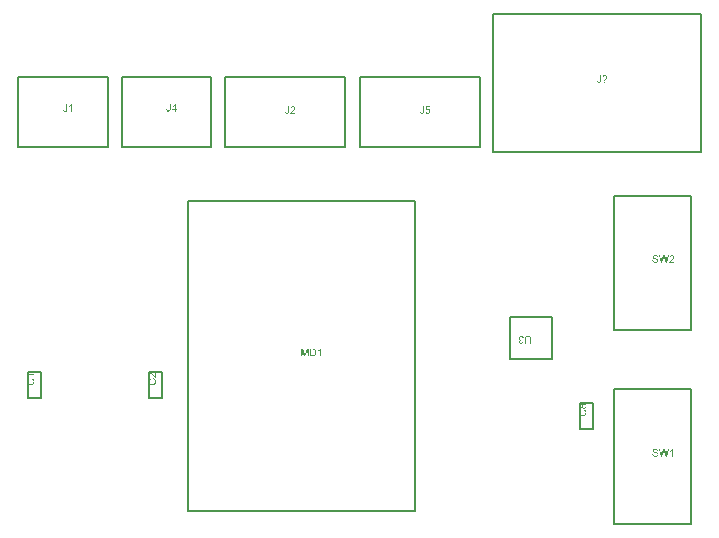
<source format=gbr>
%TF.GenerationSoftware,Altium Limited,Altium Designer,21.4.1 (30)*%
G04 Layer_Color=8388736*
%FSLAX25Y25*%
%MOIN*%
%TF.SameCoordinates,82249629-20A9-4E05-8B69-989CC10A5609*%
%TF.FilePolarity,Positive*%
%TF.FileFunction,Other,Top_Assembly*%
%TF.Part,Single*%
G01*
G75*
%TA.AperFunction,NonConductor*%
%ADD44C,0.00787*%
G36*
X224052Y107603D02*
X224077D01*
X224147Y107595D01*
X224223Y107584D01*
X224303Y107566D01*
X224390Y107544D01*
X224470Y107515D01*
X224474D01*
X224481Y107512D01*
X224492Y107504D01*
X224507Y107497D01*
X224543Y107479D01*
X224591Y107446D01*
X224645Y107410D01*
X224700Y107362D01*
X224751Y107308D01*
X224798Y107246D01*
Y107242D01*
X224802Y107239D01*
X224809Y107228D01*
X224816Y107217D01*
X224834Y107180D01*
X224856Y107133D01*
X224882Y107075D01*
X224900Y107006D01*
X224918Y106933D01*
X224925Y106853D01*
X224605Y106827D01*
Y106831D01*
Y106838D01*
X224602Y106849D01*
X224598Y106867D01*
X224587Y106907D01*
X224572Y106962D01*
X224551Y107020D01*
X224518Y107078D01*
X224478Y107133D01*
X224427Y107184D01*
X224419Y107188D01*
X224401Y107202D01*
X224365Y107224D01*
X224318Y107246D01*
X224256Y107268D01*
X224183Y107290D01*
X224092Y107304D01*
X223990Y107308D01*
X223939D01*
X223917Y107304D01*
X223888Y107300D01*
X223823Y107293D01*
X223750Y107279D01*
X223677Y107260D01*
X223608Y107231D01*
X223579Y107213D01*
X223550Y107195D01*
X223542Y107191D01*
X223528Y107177D01*
X223506Y107151D01*
X223484Y107122D01*
X223459Y107082D01*
X223437Y107038D01*
X223422Y106987D01*
X223415Y106929D01*
Y106922D01*
Y106907D01*
X223419Y106882D01*
X223426Y106853D01*
X223437Y106816D01*
X223455Y106780D01*
X223477Y106744D01*
X223510Y106707D01*
X223513Y106703D01*
X223531Y106693D01*
X223546Y106682D01*
X223561Y106674D01*
X223582Y106663D01*
X223608Y106649D01*
X223641Y106638D01*
X223677Y106623D01*
X223717Y106609D01*
X223764Y106591D01*
X223815Y106576D01*
X223873Y106558D01*
X223939Y106543D01*
X224012Y106525D01*
X224015D01*
X224030Y106521D01*
X224052Y106518D01*
X224077Y106510D01*
X224110Y106503D01*
X224150Y106492D01*
X224190Y106481D01*
X224234Y106471D01*
X224328Y106445D01*
X224419Y106420D01*
X224463Y106405D01*
X224503Y106390D01*
X224540Y106379D01*
X224569Y106365D01*
X224572D01*
X224580Y106361D01*
X224591Y106354D01*
X224605Y106347D01*
X224645Y106325D01*
X224693Y106296D01*
X224747Y106256D01*
X224802Y106212D01*
X224853Y106161D01*
X224896Y106106D01*
X224900Y106099D01*
X224915Y106081D01*
X224929Y106048D01*
X224951Y106005D01*
X224969Y105954D01*
X224987Y105892D01*
X224998Y105823D01*
X225002Y105750D01*
Y105746D01*
Y105743D01*
Y105732D01*
Y105717D01*
X224995Y105677D01*
X224987Y105626D01*
X224973Y105568D01*
X224955Y105506D01*
X224925Y105440D01*
X224886Y105371D01*
Y105368D01*
X224882Y105364D01*
X224864Y105342D01*
X224838Y105309D01*
X224802Y105273D01*
X224754Y105229D01*
X224696Y105182D01*
X224631Y105138D01*
X224554Y105098D01*
X224551D01*
X224543Y105095D01*
X224532Y105091D01*
X224518Y105084D01*
X224496Y105076D01*
X224470Y105066D01*
X224412Y105051D01*
X224343Y105033D01*
X224259Y105015D01*
X224168Y105004D01*
X224070Y105000D01*
X224012D01*
X223983Y105004D01*
X223950D01*
X223914Y105007D01*
X223870Y105011D01*
X223779Y105025D01*
X223684Y105040D01*
X223590Y105066D01*
X223499Y105098D01*
X223495D01*
X223488Y105102D01*
X223477Y105109D01*
X223462Y105116D01*
X223419Y105138D01*
X223368Y105171D01*
X223309Y105215D01*
X223248Y105266D01*
X223189Y105327D01*
X223135Y105397D01*
Y105400D01*
X223127Y105408D01*
X223124Y105419D01*
X223113Y105433D01*
X223106Y105451D01*
X223095Y105473D01*
X223069Y105528D01*
X223044Y105597D01*
X223022Y105673D01*
X223007Y105761D01*
X223000Y105852D01*
X223313Y105881D01*
Y105877D01*
Y105874D01*
X223317Y105863D01*
Y105848D01*
X223324Y105815D01*
X223335Y105768D01*
X223349Y105721D01*
X223364Y105666D01*
X223389Y105615D01*
X223415Y105568D01*
X223419Y105564D01*
X223429Y105550D01*
X223448Y105524D01*
X223477Y105499D01*
X223513Y105466D01*
X223553Y105433D01*
X223608Y105400D01*
X223666Y105371D01*
X223670D01*
X223673Y105368D01*
X223684Y105364D01*
X223695Y105360D01*
X223732Y105349D01*
X223779Y105335D01*
X223837Y105320D01*
X223903Y105309D01*
X223975Y105302D01*
X224056Y105298D01*
X224088D01*
X224125Y105302D01*
X224168Y105306D01*
X224219Y105313D01*
X224278Y105320D01*
X224336Y105335D01*
X224390Y105353D01*
X224398Y105357D01*
X224416Y105364D01*
X224441Y105378D01*
X224474Y105393D01*
X224507Y105419D01*
X224543Y105444D01*
X224580Y105473D01*
X224609Y105509D01*
X224612Y105513D01*
X224620Y105528D01*
X224631Y105546D01*
X224645Y105575D01*
X224660Y105604D01*
X224671Y105641D01*
X224678Y105681D01*
X224682Y105724D01*
Y105728D01*
Y105746D01*
X224678Y105768D01*
X224674Y105797D01*
X224663Y105826D01*
X224653Y105863D01*
X224634Y105899D01*
X224609Y105932D01*
X224605Y105935D01*
X224594Y105946D01*
X224580Y105961D01*
X224554Y105983D01*
X224525Y106005D01*
X224485Y106030D01*
X224438Y106055D01*
X224383Y106077D01*
X224379Y106081D01*
X224361Y106085D01*
X224332Y106096D01*
X224314Y106099D01*
X224289Y106106D01*
X224263Y106117D01*
X224230Y106125D01*
X224194Y106136D01*
X224150Y106147D01*
X224107Y106158D01*
X224056Y106172D01*
X223997Y106187D01*
X223935Y106201D01*
X223932D01*
X223921Y106205D01*
X223903Y106208D01*
X223881Y106216D01*
X223852Y106223D01*
X223819Y106230D01*
X223746Y106252D01*
X223666Y106278D01*
X223582Y106303D01*
X223510Y106328D01*
X223477Y106343D01*
X223448Y106358D01*
X223444D01*
X223440Y106361D01*
X223419Y106376D01*
X223386Y106394D01*
X223349Y106423D01*
X223306Y106456D01*
X223262Y106496D01*
X223218Y106543D01*
X223182Y106594D01*
X223178Y106602D01*
X223167Y106620D01*
X223153Y106649D01*
X223138Y106685D01*
X223124Y106733D01*
X223109Y106787D01*
X223098Y106845D01*
X223095Y106907D01*
Y106911D01*
Y106915D01*
Y106925D01*
Y106940D01*
X223102Y106976D01*
X223109Y107024D01*
X223120Y107078D01*
X223138Y107140D01*
X223164Y107202D01*
X223200Y107264D01*
Y107268D01*
X223204Y107271D01*
X223222Y107293D01*
X223248Y107322D01*
X223280Y107359D01*
X223324Y107399D01*
X223378Y107442D01*
X223444Y107482D01*
X223517Y107519D01*
X223520D01*
X223528Y107522D01*
X223539Y107526D01*
X223553Y107533D01*
X223571Y107541D01*
X223597Y107548D01*
X223652Y107562D01*
X223721Y107577D01*
X223801Y107592D01*
X223885Y107603D01*
X223979Y107606D01*
X224026D01*
X224052Y107603D01*
D02*
G37*
G36*
X227779Y105044D02*
X227452D01*
X226924Y106962D01*
Y106966D01*
X226920Y106973D01*
X226917Y106984D01*
X226913Y107002D01*
X226902Y107042D01*
X226891Y107089D01*
X226876Y107140D01*
X226862Y107188D01*
X226851Y107228D01*
X226847Y107246D01*
X226844Y107257D01*
Y107253D01*
X226840Y107249D01*
X226836Y107228D01*
X226829Y107195D01*
X226818Y107155D01*
X226807Y107111D01*
X226793Y107060D01*
X226782Y107009D01*
X226767Y106962D01*
X226236Y105044D01*
X225887D01*
X225228Y107562D01*
X225573D01*
X225948Y105910D01*
Y105906D01*
X225952Y105899D01*
X225956Y105885D01*
X225959Y105866D01*
X225963Y105841D01*
X225970Y105815D01*
X225977Y105782D01*
X225985Y105746D01*
X226003Y105670D01*
X226021Y105582D01*
X226039Y105488D01*
X226058Y105393D01*
Y105397D01*
X226061Y105411D01*
X226068Y105429D01*
X226072Y105459D01*
X226079Y105488D01*
X226090Y105524D01*
X226109Y105604D01*
X226130Y105684D01*
X226138Y105724D01*
X226149Y105761D01*
X226156Y105793D01*
X226163Y105823D01*
X226170Y105844D01*
X226174Y105859D01*
X226651Y107562D01*
X227055D01*
X227412Y106285D01*
Y106281D01*
X227419Y106263D01*
X227426Y106238D01*
X227433Y106205D01*
X227444Y106161D01*
X227459Y106114D01*
X227473Y106059D01*
X227488Y105997D01*
X227506Y105928D01*
X227521Y105859D01*
X227554Y105710D01*
X227586Y105553D01*
X227612Y105393D01*
Y105397D01*
X227615Y105404D01*
Y105419D01*
X227623Y105437D01*
X227626Y105459D01*
X227634Y105484D01*
X227637Y105517D01*
X227648Y105553D01*
X227666Y105633D01*
X227688Y105728D01*
X227710Y105830D01*
X227739Y105943D01*
X228132Y107562D01*
X228471D01*
X227779Y105044D01*
D02*
G37*
G36*
X229552Y107570D02*
X229581Y107566D01*
X229618Y107562D01*
X229658Y107555D01*
X229698Y107548D01*
X229792Y107522D01*
X229887Y107486D01*
X229934Y107464D01*
X229981Y107439D01*
X230025Y107406D01*
X230065Y107370D01*
X230069Y107366D01*
X230076Y107362D01*
X230083Y107348D01*
X230098Y107333D01*
X230116Y107315D01*
X230134Y107290D01*
X230153Y107264D01*
X230174Y107231D01*
X230211Y107162D01*
X230247Y107075D01*
X230262Y107031D01*
X230269Y106980D01*
X230276Y106929D01*
X230280Y106875D01*
Y106867D01*
Y106849D01*
X230276Y106820D01*
X230273Y106780D01*
X230265Y106736D01*
X230251Y106685D01*
X230236Y106631D01*
X230214Y106576D01*
X230211Y106569D01*
X230204Y106551D01*
X230189Y106521D01*
X230167Y106481D01*
X230138Y106438D01*
X230102Y106383D01*
X230058Y106328D01*
X230007Y106267D01*
X230000Y106259D01*
X229981Y106238D01*
X229963Y106219D01*
X229945Y106201D01*
X229923Y106179D01*
X229894Y106150D01*
X229865Y106121D01*
X229829Y106088D01*
X229792Y106052D01*
X229749Y106012D01*
X229701Y105972D01*
X229650Y105924D01*
X229592Y105877D01*
X229534Y105826D01*
X229530Y105823D01*
X229523Y105815D01*
X229508Y105804D01*
X229490Y105790D01*
X229468Y105768D01*
X229443Y105746D01*
X229384Y105699D01*
X229323Y105644D01*
X229264Y105590D01*
X229213Y105542D01*
X229192Y105524D01*
X229173Y105506D01*
X229170Y105502D01*
X229159Y105491D01*
X229144Y105477D01*
X229126Y105455D01*
X229108Y105429D01*
X229086Y105404D01*
X229042Y105342D01*
X230284D01*
Y105044D01*
X228613D01*
Y105047D01*
Y105062D01*
Y105084D01*
X228616Y105113D01*
X228620Y105146D01*
X228627Y105182D01*
X228635Y105218D01*
X228649Y105258D01*
Y105262D01*
X228653Y105266D01*
X228660Y105288D01*
X228675Y105320D01*
X228696Y105364D01*
X228726Y105415D01*
X228762Y105473D01*
X228802Y105531D01*
X228853Y105593D01*
Y105597D01*
X228860Y105601D01*
X228878Y105622D01*
X228911Y105655D01*
X228959Y105702D01*
X229013Y105757D01*
X229082Y105823D01*
X229166Y105895D01*
X229257Y105972D01*
X229261Y105975D01*
X229275Y105986D01*
X229297Y106005D01*
X229323Y106026D01*
X229355Y106055D01*
X229395Y106088D01*
X229435Y106125D01*
X229483Y106165D01*
X229574Y106252D01*
X229665Y106340D01*
X229709Y106383D01*
X229749Y106427D01*
X229785Y106467D01*
X229814Y106507D01*
Y106510D01*
X229821Y106514D01*
X229829Y106525D01*
X229836Y106540D01*
X229861Y106580D01*
X229890Y106627D01*
X229916Y106685D01*
X229941Y106747D01*
X229956Y106816D01*
X229963Y106882D01*
Y106886D01*
Y106889D01*
X229960Y106911D01*
X229956Y106947D01*
X229945Y106987D01*
X229930Y107038D01*
X229905Y107089D01*
X229872Y107140D01*
X229829Y107191D01*
X229821Y107199D01*
X229803Y107213D01*
X229778Y107231D01*
X229738Y107257D01*
X229687Y107279D01*
X229628Y107300D01*
X229559Y107315D01*
X229483Y107319D01*
X229461D01*
X229446Y107315D01*
X229403Y107311D01*
X229352Y107300D01*
X229297Y107286D01*
X229235Y107260D01*
X229177Y107228D01*
X229122Y107184D01*
X229115Y107177D01*
X229101Y107159D01*
X229079Y107129D01*
X229057Y107086D01*
X229031Y107035D01*
X229010Y106969D01*
X228995Y106896D01*
X228988Y106813D01*
X228671Y106845D01*
Y106849D01*
X228675Y106860D01*
Y106878D01*
X228678Y106904D01*
X228686Y106933D01*
X228693Y106966D01*
X228704Y107006D01*
X228715Y107046D01*
X228744Y107133D01*
X228788Y107220D01*
X228813Y107264D01*
X228846Y107308D01*
X228878Y107348D01*
X228915Y107384D01*
X228919Y107388D01*
X228926Y107391D01*
X228937Y107402D01*
X228955Y107413D01*
X228977Y107428D01*
X229002Y107442D01*
X229031Y107461D01*
X229068Y107479D01*
X229108Y107497D01*
X229152Y107515D01*
X229199Y107530D01*
X229250Y107544D01*
X229304Y107555D01*
X229363Y107566D01*
X229425Y107570D01*
X229490Y107573D01*
X229526D01*
X229552Y107570D01*
D02*
G37*
G36*
X108367Y73905D02*
X108047D01*
Y76013D01*
X107311Y73905D01*
X107013D01*
X106285Y76049D01*
Y73905D01*
X105965D01*
Y76424D01*
X106463D01*
X107060Y74637D01*
Y74634D01*
X107064Y74626D01*
X107067Y74615D01*
X107075Y74597D01*
X107089Y74553D01*
X107107Y74499D01*
X107126Y74437D01*
X107148Y74375D01*
X107166Y74317D01*
X107180Y74266D01*
X107184Y74273D01*
X107187Y74291D01*
X107199Y74324D01*
X107213Y74368D01*
X107231Y74426D01*
X107257Y74495D01*
X107282Y74575D01*
X107315Y74670D01*
X107919Y76424D01*
X108367D01*
Y73905D01*
D02*
G37*
G36*
X112487D02*
X112178D01*
Y75875D01*
X112174Y75871D01*
X112156Y75857D01*
X112134Y75835D01*
X112098Y75809D01*
X112058Y75776D01*
X112007Y75740D01*
X111949Y75700D01*
X111883Y75660D01*
X111880D01*
X111876Y75656D01*
X111854Y75642D01*
X111818Y75624D01*
X111774Y75602D01*
X111723Y75576D01*
X111668Y75551D01*
X111614Y75525D01*
X111559Y75503D01*
Y75802D01*
X111563D01*
X111570Y75809D01*
X111585Y75813D01*
X111603Y75824D01*
X111625Y75835D01*
X111650Y75849D01*
X111712Y75886D01*
X111785Y75926D01*
X111858Y75977D01*
X111934Y76035D01*
X112011Y76097D01*
X112014Y76100D01*
X112018Y76104D01*
X112029Y76115D01*
X112043Y76126D01*
X112076Y76162D01*
X112120Y76206D01*
X112163Y76257D01*
X112211Y76315D01*
X112251Y76373D01*
X112287Y76435D01*
X112487D01*
Y73905D01*
D02*
G37*
G36*
X109943Y76421D02*
X110016Y76417D01*
X110089Y76410D01*
X110161Y76399D01*
X110223Y76388D01*
X110227D01*
X110234Y76384D01*
X110245D01*
X110260Y76377D01*
X110300Y76366D01*
X110351Y76348D01*
X110409Y76322D01*
X110471Y76290D01*
X110533Y76253D01*
X110591Y76206D01*
X110595Y76202D01*
X110598Y76199D01*
X110609Y76188D01*
X110624Y76177D01*
X110660Y76140D01*
X110704Y76090D01*
X110751Y76028D01*
X110802Y75955D01*
X110849Y75871D01*
X110889Y75776D01*
Y75773D01*
X110893Y75766D01*
X110900Y75751D01*
X110904Y75729D01*
X110915Y75704D01*
X110922Y75674D01*
X110930Y75642D01*
X110940Y75602D01*
X110951Y75562D01*
X110959Y75514D01*
X110977Y75412D01*
X110988Y75300D01*
X110991Y75176D01*
Y75172D01*
Y75165D01*
Y75147D01*
Y75129D01*
X110988Y75103D01*
Y75074D01*
X110984Y75005D01*
X110973Y74925D01*
X110962Y74841D01*
X110944Y74754D01*
X110922Y74666D01*
Y74663D01*
X110918Y74655D01*
X110915Y74644D01*
X110911Y74630D01*
X110897Y74590D01*
X110875Y74539D01*
X110853Y74481D01*
X110824Y74422D01*
X110787Y74361D01*
X110751Y74302D01*
X110748Y74295D01*
X110733Y74277D01*
X110711Y74251D01*
X110682Y74218D01*
X110649Y74182D01*
X110609Y74146D01*
X110569Y74106D01*
X110522Y74073D01*
X110514Y74069D01*
X110500Y74058D01*
X110475Y74044D01*
X110438Y74026D01*
X110394Y74004D01*
X110343Y73985D01*
X110285Y73964D01*
X110220Y73945D01*
X110212D01*
X110202Y73942D01*
X110190Y73938D01*
X110154Y73935D01*
X110103Y73927D01*
X110045Y73920D01*
X109976Y73913D01*
X109899Y73909D01*
X109816Y73905D01*
X108909D01*
Y76424D01*
X109878D01*
X109943Y76421D01*
D02*
G37*
G36*
X146887Y155489D02*
Y155485D01*
Y155475D01*
Y155460D01*
Y155438D01*
X146883Y155409D01*
Y155380D01*
X146876Y155311D01*
X146869Y155231D01*
X146854Y155147D01*
X146832Y155071D01*
X146807Y154998D01*
Y154994D01*
X146803Y154990D01*
X146792Y154969D01*
X146774Y154939D01*
X146748Y154900D01*
X146712Y154859D01*
X146672Y154816D01*
X146621Y154772D01*
X146563Y154736D01*
X146556Y154732D01*
X146534Y154721D01*
X146501Y154707D01*
X146454Y154692D01*
X146395Y154674D01*
X146330Y154659D01*
X146257Y154648D01*
X146177Y154645D01*
X146144D01*
X146122Y154648D01*
X146093Y154652D01*
X146064Y154656D01*
X145988Y154670D01*
X145908Y154692D01*
X145824Y154725D01*
X145780Y154747D01*
X145740Y154772D01*
X145704Y154801D01*
X145667Y154834D01*
X145664Y154838D01*
X145660Y154841D01*
X145653Y154856D01*
X145642Y154870D01*
X145627Y154889D01*
X145613Y154914D01*
X145598Y154943D01*
X145580Y154976D01*
X145565Y155012D01*
X145551Y155056D01*
X145536Y155100D01*
X145522Y155151D01*
X145515Y155205D01*
X145504Y155267D01*
X145500Y155329D01*
Y155398D01*
X145802Y155442D01*
Y155438D01*
Y155431D01*
Y155416D01*
X145806Y155394D01*
X145809Y155373D01*
Y155347D01*
X145820Y155285D01*
X145831Y155220D01*
X145853Y155154D01*
X145875Y155096D01*
X145889Y155071D01*
X145908Y155049D01*
X145911Y155045D01*
X145926Y155034D01*
X145948Y155016D01*
X145977Y154998D01*
X146017Y154976D01*
X146061Y154961D01*
X146115Y154947D01*
X146173Y154943D01*
X146195D01*
X146217Y154947D01*
X146250Y154950D01*
X146283Y154958D01*
X146319Y154965D01*
X146355Y154980D01*
X146392Y154998D01*
X146395Y155001D01*
X146406Y155009D01*
X146421Y155023D01*
X146443Y155038D01*
X146461Y155063D01*
X146483Y155089D01*
X146501Y155118D01*
X146516Y155154D01*
Y155158D01*
X146523Y155173D01*
X146527Y155198D01*
X146534Y155231D01*
X146541Y155274D01*
X146545Y155329D01*
X146552Y155394D01*
Y155471D01*
Y157207D01*
X146887D01*
Y155489D01*
D02*
G37*
G36*
X148856Y156880D02*
X147848D01*
X147713Y156199D01*
X147717Y156203D01*
X147724Y156206D01*
X147735Y156213D01*
X147753Y156224D01*
X147775Y156235D01*
X147801Y156250D01*
X147859Y156279D01*
X147932Y156308D01*
X148012Y156334D01*
X148099Y156352D01*
X148143Y156359D01*
X148223D01*
X148245Y156356D01*
X148274Y156352D01*
X148306Y156348D01*
X148343Y156341D01*
X148383Y156330D01*
X148470Y156305D01*
X148518Y156286D01*
X148565Y156261D01*
X148612Y156235D01*
X148660Y156206D01*
X148703Y156170D01*
X148747Y156130D01*
X148750Y156126D01*
X148758Y156119D01*
X148769Y156108D01*
X148783Y156090D01*
X148802Y156064D01*
X148820Y156039D01*
X148842Y156006D01*
X148863Y155970D01*
X148882Y155930D01*
X148903Y155886D01*
X148922Y155835D01*
X148940Y155784D01*
X148954Y155729D01*
X148965Y155667D01*
X148973Y155606D01*
X148976Y155540D01*
Y155536D01*
Y155526D01*
Y155507D01*
X148973Y155482D01*
X148969Y155453D01*
X148965Y155420D01*
X148958Y155380D01*
X148951Y155340D01*
X148929Y155245D01*
X148892Y155147D01*
X148871Y155096D01*
X148842Y155049D01*
X148812Y154998D01*
X148776Y154950D01*
X148772Y154947D01*
X148765Y154936D01*
X148750Y154921D01*
X148732Y154903D01*
X148707Y154881D01*
X148678Y154852D01*
X148641Y154827D01*
X148601Y154798D01*
X148558Y154768D01*
X148507Y154743D01*
X148452Y154718D01*
X148394Y154692D01*
X148332Y154674D01*
X148263Y154659D01*
X148190Y154648D01*
X148114Y154645D01*
X148081D01*
X148055Y154648D01*
X148026Y154652D01*
X147993Y154656D01*
X147953Y154659D01*
X147913Y154670D01*
X147822Y154692D01*
X147731Y154725D01*
X147684Y154747D01*
X147637Y154772D01*
X147593Y154801D01*
X147549Y154834D01*
X147546Y154838D01*
X147538Y154841D01*
X147531Y154856D01*
X147517Y154870D01*
X147498Y154889D01*
X147480Y154910D01*
X147458Y154939D01*
X147440Y154972D01*
X147418Y155005D01*
X147396Y155045D01*
X147356Y155132D01*
X147324Y155234D01*
X147313Y155289D01*
X147305Y155347D01*
X147629Y155373D01*
Y155369D01*
Y155362D01*
X147633Y155351D01*
X147637Y155333D01*
X147648Y155293D01*
X147662Y155238D01*
X147684Y155183D01*
X147713Y155122D01*
X147749Y155067D01*
X147793Y155016D01*
X147801Y155012D01*
X147815Y154998D01*
X147844Y154980D01*
X147884Y154958D01*
X147928Y154936D01*
X147983Y154918D01*
X148044Y154903D01*
X148114Y154900D01*
X148135D01*
X148150Y154903D01*
X148194Y154907D01*
X148245Y154921D01*
X148306Y154939D01*
X148368Y154969D01*
X148434Y155012D01*
X148463Y155038D01*
X148492Y155067D01*
X148496Y155071D01*
X148499Y155074D01*
X148507Y155085D01*
X148518Y155096D01*
X148543Y155136D01*
X148572Y155187D01*
X148598Y155249D01*
X148623Y155325D01*
X148641Y155416D01*
X148649Y155464D01*
Y155515D01*
Y155518D01*
Y155526D01*
Y155540D01*
X148645Y155558D01*
Y155580D01*
X148641Y155606D01*
X148630Y155664D01*
X148612Y155733D01*
X148587Y155802D01*
X148550Y155868D01*
X148499Y155930D01*
Y155933D01*
X148492Y155937D01*
X148474Y155955D01*
X148441Y155981D01*
X148397Y156010D01*
X148339Y156035D01*
X148274Y156061D01*
X148197Y156079D01*
X148154Y156086D01*
X148084D01*
X148055Y156082D01*
X148019Y156079D01*
X147975Y156068D01*
X147932Y156057D01*
X147884Y156039D01*
X147837Y156017D01*
X147833Y156013D01*
X147819Y156006D01*
X147797Y155988D01*
X147768Y155970D01*
X147739Y155944D01*
X147710Y155911D01*
X147677Y155879D01*
X147651Y155839D01*
X147360Y155879D01*
X147604Y157175D01*
X148856D01*
Y156880D01*
D02*
G37*
G36*
X62387Y156230D02*
Y156227D01*
Y156216D01*
Y156201D01*
Y156179D01*
X62383Y156150D01*
Y156121D01*
X62376Y156052D01*
X62369Y155972D01*
X62354Y155888D01*
X62332Y155812D01*
X62307Y155739D01*
Y155735D01*
X62303Y155731D01*
X62292Y155710D01*
X62274Y155681D01*
X62248Y155641D01*
X62212Y155601D01*
X62172Y155557D01*
X62121Y155513D01*
X62063Y155477D01*
X62056Y155473D01*
X62034Y155462D01*
X62001Y155448D01*
X61954Y155433D01*
X61895Y155415D01*
X61830Y155400D01*
X61757Y155389D01*
X61677Y155386D01*
X61644D01*
X61622Y155389D01*
X61593Y155393D01*
X61564Y155397D01*
X61488Y155411D01*
X61408Y155433D01*
X61324Y155466D01*
X61280Y155488D01*
X61240Y155513D01*
X61204Y155542D01*
X61167Y155575D01*
X61164Y155579D01*
X61160Y155582D01*
X61153Y155597D01*
X61142Y155611D01*
X61127Y155630D01*
X61113Y155655D01*
X61098Y155684D01*
X61080Y155717D01*
X61066Y155753D01*
X61051Y155797D01*
X61036Y155841D01*
X61022Y155892D01*
X61014Y155946D01*
X61004Y156008D01*
X61000Y156070D01*
Y156139D01*
X61302Y156183D01*
Y156179D01*
Y156172D01*
Y156157D01*
X61306Y156136D01*
X61309Y156114D01*
Y156088D01*
X61320Y156026D01*
X61331Y155961D01*
X61353Y155895D01*
X61375Y155837D01*
X61389Y155812D01*
X61408Y155790D01*
X61411Y155786D01*
X61426Y155775D01*
X61448Y155757D01*
X61477Y155739D01*
X61517Y155717D01*
X61560Y155702D01*
X61615Y155688D01*
X61673Y155684D01*
X61695D01*
X61717Y155688D01*
X61750Y155692D01*
X61783Y155699D01*
X61819Y155706D01*
X61855Y155721D01*
X61892Y155739D01*
X61895Y155743D01*
X61906Y155750D01*
X61921Y155764D01*
X61943Y155779D01*
X61961Y155804D01*
X61983Y155830D01*
X62001Y155859D01*
X62015Y155895D01*
Y155899D01*
X62023Y155914D01*
X62026Y155939D01*
X62034Y155972D01*
X62041Y156016D01*
X62045Y156070D01*
X62052Y156136D01*
Y156212D01*
Y157948D01*
X62387D01*
Y156230D01*
D02*
G37*
G36*
X64105Y156318D02*
X64447D01*
Y156034D01*
X64105D01*
Y155429D01*
X63796D01*
Y156034D01*
X62700D01*
Y156318D01*
X63854Y157948D01*
X64105D01*
Y156318D01*
D02*
G37*
G36*
X224052Y42988D02*
X224077D01*
X224147Y42981D01*
X224223Y42970D01*
X224303Y42952D01*
X224390Y42930D01*
X224470Y42901D01*
X224474D01*
X224481Y42897D01*
X224492Y42890D01*
X224507Y42883D01*
X224543Y42865D01*
X224591Y42832D01*
X224645Y42795D01*
X224700Y42748D01*
X224751Y42693D01*
X224798Y42632D01*
Y42628D01*
X224802Y42624D01*
X224809Y42613D01*
X224816Y42603D01*
X224834Y42566D01*
X224856Y42519D01*
X224882Y42461D01*
X224900Y42391D01*
X224918Y42319D01*
X224925Y42239D01*
X224605Y42213D01*
Y42217D01*
Y42224D01*
X224602Y42235D01*
X224598Y42253D01*
X224587Y42293D01*
X224572Y42348D01*
X224551Y42406D01*
X224518Y42464D01*
X224478Y42519D01*
X224427Y42570D01*
X224419Y42573D01*
X224401Y42588D01*
X224365Y42610D01*
X224318Y42632D01*
X224256Y42654D01*
X224183Y42675D01*
X224092Y42690D01*
X223990Y42693D01*
X223939D01*
X223917Y42690D01*
X223888Y42686D01*
X223823Y42679D01*
X223750Y42664D01*
X223677Y42646D01*
X223608Y42617D01*
X223579Y42599D01*
X223550Y42581D01*
X223542Y42577D01*
X223528Y42562D01*
X223506Y42537D01*
X223484Y42508D01*
X223459Y42468D01*
X223437Y42424D01*
X223422Y42373D01*
X223415Y42315D01*
Y42308D01*
Y42293D01*
X223419Y42268D01*
X223426Y42239D01*
X223437Y42202D01*
X223455Y42166D01*
X223477Y42129D01*
X223510Y42093D01*
X223513Y42089D01*
X223531Y42078D01*
X223546Y42067D01*
X223561Y42060D01*
X223582Y42049D01*
X223608Y42035D01*
X223641Y42024D01*
X223677Y42009D01*
X223717Y41995D01*
X223764Y41976D01*
X223815Y41962D01*
X223873Y41944D01*
X223939Y41929D01*
X224012Y41911D01*
X224015D01*
X224030Y41907D01*
X224052Y41904D01*
X224077Y41896D01*
X224110Y41889D01*
X224150Y41878D01*
X224190Y41867D01*
X224234Y41856D01*
X224328Y41831D01*
X224419Y41805D01*
X224463Y41791D01*
X224503Y41776D01*
X224540Y41765D01*
X224569Y41751D01*
X224572D01*
X224580Y41747D01*
X224591Y41740D01*
X224605Y41732D01*
X224645Y41711D01*
X224693Y41682D01*
X224747Y41642D01*
X224802Y41598D01*
X224853Y41547D01*
X224896Y41492D01*
X224900Y41485D01*
X224915Y41467D01*
X224929Y41434D01*
X224951Y41390D01*
X224969Y41339D01*
X224987Y41278D01*
X224998Y41208D01*
X225002Y41136D01*
Y41132D01*
Y41128D01*
Y41117D01*
Y41103D01*
X224995Y41063D01*
X224987Y41012D01*
X224973Y40954D01*
X224955Y40892D01*
X224925Y40826D01*
X224886Y40757D01*
Y40753D01*
X224882Y40750D01*
X224864Y40728D01*
X224838Y40695D01*
X224802Y40659D01*
X224754Y40615D01*
X224696Y40568D01*
X224631Y40524D01*
X224554Y40484D01*
X224551D01*
X224543Y40480D01*
X224532Y40477D01*
X224518Y40470D01*
X224496Y40462D01*
X224470Y40451D01*
X224412Y40437D01*
X224343Y40418D01*
X224259Y40400D01*
X224168Y40389D01*
X224070Y40386D01*
X224012D01*
X223983Y40389D01*
X223950D01*
X223914Y40393D01*
X223870Y40397D01*
X223779Y40411D01*
X223684Y40426D01*
X223590Y40451D01*
X223499Y40484D01*
X223495D01*
X223488Y40488D01*
X223477Y40495D01*
X223462Y40502D01*
X223419Y40524D01*
X223368Y40557D01*
X223309Y40600D01*
X223248Y40652D01*
X223189Y40713D01*
X223135Y40782D01*
Y40786D01*
X223127Y40793D01*
X223124Y40804D01*
X223113Y40819D01*
X223106Y40837D01*
X223095Y40859D01*
X223069Y40914D01*
X223044Y40983D01*
X223022Y41059D01*
X223007Y41146D01*
X223000Y41238D01*
X223313Y41267D01*
Y41263D01*
Y41259D01*
X223317Y41248D01*
Y41234D01*
X223324Y41201D01*
X223335Y41154D01*
X223349Y41107D01*
X223364Y41052D01*
X223389Y41001D01*
X223415Y40954D01*
X223419Y40950D01*
X223429Y40935D01*
X223448Y40910D01*
X223477Y40884D01*
X223513Y40852D01*
X223553Y40819D01*
X223608Y40786D01*
X223666Y40757D01*
X223670D01*
X223673Y40753D01*
X223684Y40750D01*
X223695Y40746D01*
X223732Y40735D01*
X223779Y40721D01*
X223837Y40706D01*
X223903Y40695D01*
X223975Y40688D01*
X224056Y40684D01*
X224088D01*
X224125Y40688D01*
X224168Y40692D01*
X224219Y40699D01*
X224278Y40706D01*
X224336Y40721D01*
X224390Y40739D01*
X224398Y40742D01*
X224416Y40750D01*
X224441Y40764D01*
X224474Y40779D01*
X224507Y40804D01*
X224543Y40830D01*
X224580Y40859D01*
X224609Y40895D01*
X224612Y40899D01*
X224620Y40914D01*
X224631Y40932D01*
X224645Y40961D01*
X224660Y40990D01*
X224671Y41026D01*
X224678Y41066D01*
X224682Y41110D01*
Y41114D01*
Y41132D01*
X224678Y41154D01*
X224674Y41183D01*
X224663Y41212D01*
X224653Y41248D01*
X224634Y41285D01*
X224609Y41318D01*
X224605Y41321D01*
X224594Y41332D01*
X224580Y41347D01*
X224554Y41368D01*
X224525Y41390D01*
X224485Y41416D01*
X224438Y41441D01*
X224383Y41463D01*
X224379Y41467D01*
X224361Y41471D01*
X224332Y41481D01*
X224314Y41485D01*
X224289Y41492D01*
X224263Y41503D01*
X224230Y41510D01*
X224194Y41521D01*
X224150Y41532D01*
X224107Y41543D01*
X224056Y41558D01*
X223997Y41572D01*
X223935Y41587D01*
X223932D01*
X223921Y41591D01*
X223903Y41594D01*
X223881Y41601D01*
X223852Y41609D01*
X223819Y41616D01*
X223746Y41638D01*
X223666Y41663D01*
X223582Y41689D01*
X223510Y41714D01*
X223477Y41729D01*
X223448Y41743D01*
X223444D01*
X223440Y41747D01*
X223419Y41762D01*
X223386Y41780D01*
X223349Y41809D01*
X223306Y41842D01*
X223262Y41882D01*
X223218Y41929D01*
X223182Y41980D01*
X223178Y41987D01*
X223167Y42006D01*
X223153Y42035D01*
X223138Y42071D01*
X223124Y42118D01*
X223109Y42173D01*
X223098Y42231D01*
X223095Y42293D01*
Y42297D01*
Y42300D01*
Y42311D01*
Y42326D01*
X223102Y42362D01*
X223109Y42410D01*
X223120Y42464D01*
X223138Y42526D01*
X223164Y42588D01*
X223200Y42650D01*
Y42654D01*
X223204Y42657D01*
X223222Y42679D01*
X223248Y42708D01*
X223280Y42744D01*
X223324Y42785D01*
X223378Y42828D01*
X223444Y42868D01*
X223517Y42905D01*
X223520D01*
X223528Y42908D01*
X223539Y42912D01*
X223553Y42919D01*
X223571Y42926D01*
X223597Y42934D01*
X223652Y42948D01*
X223721Y42963D01*
X223801Y42977D01*
X223885Y42988D01*
X223979Y42992D01*
X224026D01*
X224052Y42988D01*
D02*
G37*
G36*
X227779Y40429D02*
X227452D01*
X226924Y42348D01*
Y42351D01*
X226920Y42359D01*
X226917Y42369D01*
X226913Y42388D01*
X226902Y42428D01*
X226891Y42475D01*
X226876Y42526D01*
X226862Y42573D01*
X226851Y42613D01*
X226847Y42632D01*
X226844Y42643D01*
Y42639D01*
X226840Y42635D01*
X226836Y42613D01*
X226829Y42581D01*
X226818Y42541D01*
X226807Y42497D01*
X226793Y42446D01*
X226782Y42395D01*
X226767Y42348D01*
X226236Y40429D01*
X225887D01*
X225228Y42948D01*
X225573D01*
X225948Y41296D01*
Y41292D01*
X225952Y41285D01*
X225956Y41270D01*
X225959Y41252D01*
X225963Y41227D01*
X225970Y41201D01*
X225977Y41168D01*
X225985Y41132D01*
X226003Y41056D01*
X226021Y40968D01*
X226039Y40874D01*
X226058Y40779D01*
Y40782D01*
X226061Y40797D01*
X226068Y40815D01*
X226072Y40844D01*
X226079Y40874D01*
X226090Y40910D01*
X226109Y40990D01*
X226130Y41070D01*
X226138Y41110D01*
X226149Y41146D01*
X226156Y41179D01*
X226163Y41208D01*
X226170Y41230D01*
X226174Y41245D01*
X226651Y42948D01*
X227055D01*
X227412Y41671D01*
Y41667D01*
X227419Y41649D01*
X227426Y41623D01*
X227433Y41591D01*
X227444Y41547D01*
X227459Y41500D01*
X227473Y41445D01*
X227488Y41383D01*
X227506Y41314D01*
X227521Y41245D01*
X227554Y41096D01*
X227586Y40939D01*
X227612Y40779D01*
Y40782D01*
X227615Y40790D01*
Y40804D01*
X227623Y40823D01*
X227626Y40844D01*
X227634Y40870D01*
X227637Y40903D01*
X227648Y40939D01*
X227666Y41019D01*
X227688Y41114D01*
X227710Y41216D01*
X227739Y41328D01*
X228132Y42948D01*
X228471D01*
X227779Y40429D01*
D02*
G37*
G36*
X229821D02*
X229512D01*
Y42399D01*
X229508Y42395D01*
X229490Y42380D01*
X229468Y42359D01*
X229432Y42333D01*
X229392Y42300D01*
X229341Y42264D01*
X229283Y42224D01*
X229217Y42184D01*
X229213D01*
X229210Y42180D01*
X229188Y42166D01*
X229152Y42147D01*
X229108Y42126D01*
X229057Y42100D01*
X229002Y42075D01*
X228948Y42049D01*
X228893Y42027D01*
Y42326D01*
X228897D01*
X228904Y42333D01*
X228919Y42337D01*
X228937Y42348D01*
X228959Y42359D01*
X228984Y42373D01*
X229046Y42410D01*
X229119Y42450D01*
X229192Y42501D01*
X229268Y42559D01*
X229345Y42621D01*
X229348Y42624D01*
X229352Y42628D01*
X229363Y42639D01*
X229377Y42650D01*
X229410Y42686D01*
X229454Y42730D01*
X229497Y42781D01*
X229545Y42839D01*
X229585Y42897D01*
X229621Y42959D01*
X229821D01*
Y40429D01*
D02*
G37*
G36*
X207190Y167603D02*
X207223Y167599D01*
X207255Y167595D01*
X207299Y167588D01*
X207343Y167581D01*
X207434Y167555D01*
X207532Y167519D01*
X207583Y167497D01*
X207630Y167472D01*
X207674Y167439D01*
X207718Y167402D01*
X207721Y167399D01*
X207729Y167395D01*
X207740Y167380D01*
X207754Y167366D01*
X207769Y167348D01*
X207787Y167322D01*
X207809Y167297D01*
X207831Y167268D01*
X207871Y167195D01*
X207907Y167111D01*
X207918Y167068D01*
X207929Y167016D01*
X207936Y166969D01*
X207940Y166915D01*
Y166907D01*
Y166885D01*
X207936Y166856D01*
X207929Y166816D01*
X207922Y166769D01*
X207907Y166718D01*
X207885Y166663D01*
X207860Y166609D01*
X207856Y166602D01*
X207845Y166583D01*
X207823Y166554D01*
X207794Y166514D01*
X207754Y166467D01*
X207699Y166409D01*
X207634Y166343D01*
X207558Y166274D01*
X207550Y166267D01*
X207532Y166252D01*
X207507Y166227D01*
X207474Y166198D01*
X207441Y166165D01*
X207408Y166132D01*
X207379Y166103D01*
X207357Y166074D01*
Y166070D01*
X207350Y166063D01*
X207343Y166048D01*
X207332Y166034D01*
X207321Y166012D01*
X207310Y165986D01*
X207288Y165928D01*
Y165925D01*
X207284Y165914D01*
X207281Y165892D01*
X207277Y165866D01*
X207274Y165830D01*
X207270Y165782D01*
X207266Y165728D01*
Y165666D01*
X206968D01*
Y165670D01*
Y165677D01*
Y165699D01*
X206964Y165728D01*
Y165757D01*
Y165761D01*
Y165764D01*
Y165786D01*
X206968Y165823D01*
X206972Y165866D01*
X206975Y165914D01*
X206986Y165965D01*
X206997Y166019D01*
X207015Y166070D01*
X207019Y166074D01*
X207023Y166088D01*
X207033Y166106D01*
X207044Y166132D01*
X207063Y166161D01*
X207084Y166198D01*
X207110Y166234D01*
X207139Y166270D01*
X207143Y166274D01*
X207150Y166285D01*
X207168Y166299D01*
X207190Y166325D01*
X207219Y166354D01*
X207259Y166390D01*
X207306Y166434D01*
X207361Y166485D01*
X207365D01*
X207368Y166492D01*
X207386Y166507D01*
X207416Y166536D01*
X207448Y166565D01*
X207485Y166602D01*
X207518Y166642D01*
X207550Y166678D01*
X207572Y166711D01*
X207576Y166714D01*
X207579Y166725D01*
X207587Y166744D01*
X207598Y166765D01*
X207609Y166795D01*
X207616Y166824D01*
X207619Y166860D01*
X207623Y166896D01*
Y166900D01*
Y166904D01*
X207619Y166926D01*
X207616Y166962D01*
X207605Y167002D01*
X207590Y167053D01*
X207565Y167104D01*
X207528Y167158D01*
X207481Y167213D01*
X207474Y167220D01*
X207456Y167235D01*
X207427Y167257D01*
X207386Y167282D01*
X207335Y167308D01*
X207277Y167330D01*
X207208Y167344D01*
X207135Y167351D01*
X207117D01*
X207103Y167348D01*
X207066Y167344D01*
X207019Y167337D01*
X206968Y167319D01*
X206913Y167297D01*
X206859Y167268D01*
X206804Y167224D01*
X206797Y167217D01*
X206782Y167202D01*
X206760Y167169D01*
X206735Y167129D01*
X206706Y167075D01*
X206677Y167009D01*
X206651Y166929D01*
X206633Y166838D01*
X206316Y166878D01*
Y166882D01*
X206320Y166893D01*
Y166911D01*
X206327Y166936D01*
X206331Y166966D01*
X206342Y166998D01*
X206349Y167035D01*
X206364Y167078D01*
X206396Y167162D01*
X206440Y167253D01*
X206495Y167341D01*
X206531Y167380D01*
X206568Y167417D01*
X206571Y167421D01*
X206578Y167424D01*
X206589Y167435D01*
X206608Y167446D01*
X206629Y167461D01*
X206655Y167475D01*
X206684Y167493D01*
X206717Y167512D01*
X206757Y167530D01*
X206800Y167548D01*
X206844Y167562D01*
X206895Y167577D01*
X207004Y167599D01*
X207066Y167603D01*
X207128Y167606D01*
X207164D01*
X207190Y167603D01*
D02*
G37*
G36*
X205887Y165844D02*
Y165841D01*
Y165830D01*
Y165815D01*
Y165794D01*
X205883Y165764D01*
Y165735D01*
X205876Y165666D01*
X205869Y165586D01*
X205854Y165502D01*
X205832Y165426D01*
X205807Y165353D01*
Y165349D01*
X205803Y165346D01*
X205792Y165324D01*
X205774Y165295D01*
X205749Y165255D01*
X205712Y165215D01*
X205672Y165171D01*
X205621Y165127D01*
X205563Y165091D01*
X205556Y165087D01*
X205534Y165076D01*
X205501Y165062D01*
X205454Y165047D01*
X205395Y165029D01*
X205330Y165015D01*
X205257Y165004D01*
X205177Y165000D01*
X205144D01*
X205122Y165004D01*
X205093Y165007D01*
X205064Y165011D01*
X204988Y165025D01*
X204908Y165047D01*
X204824Y165080D01*
X204780Y165102D01*
X204740Y165127D01*
X204704Y165156D01*
X204667Y165189D01*
X204664Y165193D01*
X204660Y165197D01*
X204653Y165211D01*
X204642Y165226D01*
X204627Y165244D01*
X204613Y165269D01*
X204598Y165298D01*
X204580Y165331D01*
X204566Y165368D01*
X204551Y165411D01*
X204536Y165455D01*
X204522Y165506D01*
X204515Y165560D01*
X204504Y165622D01*
X204500Y165684D01*
Y165753D01*
X204802Y165797D01*
Y165794D01*
Y165786D01*
Y165772D01*
X204806Y165750D01*
X204809Y165728D01*
Y165702D01*
X204820Y165641D01*
X204831Y165575D01*
X204853Y165509D01*
X204875Y165451D01*
X204889Y165426D01*
X204908Y165404D01*
X204911Y165400D01*
X204926Y165389D01*
X204948Y165371D01*
X204977Y165353D01*
X205017Y165331D01*
X205061Y165317D01*
X205115Y165302D01*
X205173Y165298D01*
X205195D01*
X205217Y165302D01*
X205250Y165306D01*
X205282Y165313D01*
X205319Y165320D01*
X205355Y165335D01*
X205392Y165353D01*
X205395Y165357D01*
X205406Y165364D01*
X205421Y165378D01*
X205443Y165393D01*
X205461Y165419D01*
X205483Y165444D01*
X205501Y165473D01*
X205516Y165509D01*
Y165513D01*
X205523Y165528D01*
X205526Y165553D01*
X205534Y165586D01*
X205541Y165630D01*
X205545Y165684D01*
X205552Y165750D01*
Y165826D01*
Y167562D01*
X205887D01*
Y165844D01*
D02*
G37*
G36*
X207266Y165044D02*
X206913D01*
Y165397D01*
X207266D01*
Y165044D01*
D02*
G37*
G36*
X200294Y58050D02*
X200319Y58046D01*
X200352Y58043D01*
X200389Y58035D01*
X200429Y58024D01*
X200512Y57999D01*
X200560Y57981D01*
X200603Y57955D01*
X200651Y57930D01*
X200694Y57901D01*
X200738Y57864D01*
X200782Y57824D01*
X200785Y57821D01*
X200793Y57813D01*
X200803Y57802D01*
X200814Y57784D01*
X200833Y57759D01*
X200851Y57733D01*
X200869Y57701D01*
X200891Y57664D01*
X200913Y57624D01*
X200931Y57577D01*
X200949Y57526D01*
X200967Y57475D01*
X200978Y57416D01*
X200989Y57355D01*
X200996Y57293D01*
X201000Y57224D01*
Y57187D01*
X200996Y57162D01*
X200993Y57129D01*
X200989Y57093D01*
X200982Y57052D01*
X200971Y57009D01*
X200945Y56911D01*
X200927Y56860D01*
X200909Y56812D01*
X200884Y56761D01*
X200854Y56710D01*
X200822Y56663D01*
X200782Y56619D01*
X200778Y56616D01*
X200771Y56608D01*
X200760Y56598D01*
X200742Y56583D01*
X200720Y56568D01*
X200694Y56547D01*
X200665Y56528D01*
X200629Y56507D01*
X200592Y56485D01*
X200549Y56467D01*
X200458Y56430D01*
X200403Y56415D01*
X200348Y56405D01*
X200290Y56397D01*
X200232Y56394D01*
X200228D01*
X200221D01*
X200206D01*
X200192Y56397D01*
X200170D01*
X200145Y56401D01*
X200086Y56408D01*
X200021Y56423D01*
X199955Y56445D01*
X199886Y56477D01*
X199821Y56517D01*
X199817D01*
X199813Y56525D01*
X199795Y56539D01*
X199766Y56568D01*
X199730Y56608D01*
X199693Y56659D01*
X199653Y56721D01*
X199620Y56791D01*
X199595Y56874D01*
Y56871D01*
X199591Y56867D01*
X199588Y56856D01*
X199580Y56841D01*
X199566Y56809D01*
X199544Y56765D01*
X199515Y56718D01*
X199478Y56670D01*
X199439Y56627D01*
X199395Y56587D01*
X199388Y56583D01*
X199373Y56572D01*
X199344Y56558D01*
X199307Y56543D01*
X199260Y56525D01*
X199206Y56510D01*
X199144Y56499D01*
X199078Y56496D01*
X199074D01*
X199067D01*
X199053D01*
X199031Y56499D01*
X199009Y56503D01*
X198980Y56507D01*
X198918Y56521D01*
X198845Y56543D01*
X198769Y56579D01*
X198729Y56601D01*
X198689Y56627D01*
X198652Y56659D01*
X198616Y56692D01*
X198612Y56696D01*
X198609Y56703D01*
X198598Y56714D01*
X198587Y56729D01*
X198572Y56747D01*
X198558Y56772D01*
X198539Y56801D01*
X198521Y56831D01*
X198503Y56867D01*
X198485Y56907D01*
X198470Y56951D01*
X198456Y56998D01*
X198434Y57100D01*
X198430Y57158D01*
X198426Y57216D01*
Y57249D01*
X198430Y57271D01*
X198434Y57300D01*
X198438Y57333D01*
X198441Y57369D01*
X198452Y57406D01*
X198474Y57493D01*
X198507Y57580D01*
X198529Y57624D01*
X198554Y57668D01*
X198587Y57708D01*
X198619Y57748D01*
X198623Y57751D01*
X198627Y57755D01*
X198638Y57766D01*
X198652Y57781D01*
X198674Y57795D01*
X198696Y57813D01*
X198750Y57850D01*
X198820Y57886D01*
X198900Y57919D01*
X198991Y57944D01*
X199038Y57948D01*
X199089Y57952D01*
X199093D01*
X199096D01*
X199118D01*
X199151Y57948D01*
X199191Y57941D01*
X199242Y57930D01*
X199293Y57912D01*
X199344Y57890D01*
X199395Y57857D01*
X199402Y57853D01*
X199417Y57839D01*
X199439Y57817D01*
X199468Y57788D01*
X199500Y57748D01*
X199533Y57701D01*
X199566Y57646D01*
X199595Y57580D01*
Y57584D01*
X199599Y57591D01*
X199602Y57602D01*
X199609Y57617D01*
X199628Y57660D01*
X199653Y57711D01*
X199690Y57766D01*
X199730Y57824D01*
X199781Y57879D01*
X199839Y57930D01*
X199843D01*
X199846Y57933D01*
X199868Y57948D01*
X199904Y57970D01*
X199952Y57992D01*
X200010Y58013D01*
X200079Y58035D01*
X200155Y58050D01*
X200239Y58053D01*
X200243D01*
X200254D01*
X200272D01*
X200294Y58050D01*
D02*
G37*
G36*
X200177Y56110D02*
X200199Y56103D01*
X200228Y56092D01*
X200261Y56081D01*
X200301Y56066D01*
X200345Y56048D01*
X200392Y56026D01*
X200494Y55975D01*
X200596Y55910D01*
X200647Y55870D01*
X200698Y55830D01*
X200742Y55786D01*
X200785Y55735D01*
X200789Y55731D01*
X200796Y55724D01*
X200803Y55706D01*
X200818Y55687D01*
X200836Y55658D01*
X200854Y55629D01*
X200873Y55589D01*
X200891Y55549D01*
X200913Y55502D01*
X200931Y55451D01*
X200949Y55396D01*
X200967Y55338D01*
X200982Y55276D01*
X200989Y55211D01*
X200996Y55142D01*
X201000Y55069D01*
Y55029D01*
X200996Y55000D01*
Y54967D01*
X200993Y54927D01*
X200986Y54883D01*
X200978Y54832D01*
X200960Y54727D01*
X200931Y54617D01*
X200891Y54508D01*
X200865Y54457D01*
X200836Y54406D01*
X200833Y54403D01*
X200829Y54395D01*
X200818Y54381D01*
X200803Y54366D01*
X200789Y54344D01*
X200767Y54319D01*
X200742Y54290D01*
X200712Y54261D01*
X200680Y54232D01*
X200647Y54199D01*
X200563Y54133D01*
X200465Y54071D01*
X200356Y54017D01*
X200352D01*
X200341Y54009D01*
X200323Y54006D01*
X200301Y53995D01*
X200272Y53988D01*
X200236Y53977D01*
X200196Y53962D01*
X200152Y53951D01*
X200105Y53940D01*
X200050Y53926D01*
X199937Y53908D01*
X199810Y53893D01*
X199679Y53886D01*
X199675D01*
X199661D01*
X199639D01*
X199613Y53889D01*
X199577D01*
X199540Y53893D01*
X199493Y53897D01*
X199446Y53904D01*
X199340Y53922D01*
X199224Y53948D01*
X199107Y53984D01*
X198994Y54035D01*
X198991Y54039D01*
X198980Y54042D01*
X198965Y54049D01*
X198947Y54064D01*
X198922Y54079D01*
X198892Y54097D01*
X198827Y54144D01*
X198754Y54206D01*
X198681Y54279D01*
X198609Y54363D01*
X198547Y54461D01*
X198543Y54465D01*
X198539Y54475D01*
X198532Y54490D01*
X198521Y54508D01*
X198510Y54537D01*
X198499Y54566D01*
X198485Y54603D01*
X198470Y54643D01*
X198456Y54686D01*
X198441Y54734D01*
X198419Y54836D01*
X198401Y54952D01*
X198394Y55072D01*
Y55109D01*
X198397Y55134D01*
X198401Y55167D01*
X198405Y55207D01*
X198408Y55247D01*
X198419Y55294D01*
X198441Y55393D01*
X198474Y55502D01*
X198496Y55556D01*
X198521Y55607D01*
X198554Y55658D01*
X198587Y55709D01*
X198590Y55713D01*
X198594Y55720D01*
X198605Y55735D01*
X198623Y55753D01*
X198641Y55771D01*
X198667Y55797D01*
X198696Y55822D01*
X198725Y55851D01*
X198761Y55880D01*
X198805Y55910D01*
X198849Y55942D01*
X198896Y55971D01*
X198951Y55997D01*
X199005Y56026D01*
X199064Y56048D01*
X199129Y56070D01*
X199206Y55742D01*
X199202D01*
X199195Y55739D01*
X199180Y55731D01*
X199162Y55724D01*
X199140Y55717D01*
X199111Y55706D01*
X199053Y55677D01*
X198987Y55640D01*
X198922Y55597D01*
X198860Y55542D01*
X198805Y55484D01*
X198798Y55476D01*
X198783Y55455D01*
X198765Y55418D01*
X198740Y55371D01*
X198718Y55309D01*
X198696Y55240D01*
X198681Y55156D01*
X198678Y55065D01*
Y55036D01*
X198681Y55018D01*
Y54992D01*
X198685Y54963D01*
X198696Y54894D01*
X198711Y54818D01*
X198736Y54738D01*
X198772Y54654D01*
X198820Y54577D01*
Y54574D01*
X198827Y54570D01*
X198845Y54545D01*
X198874Y54512D01*
X198918Y54472D01*
X198973Y54425D01*
X199034Y54381D01*
X199111Y54341D01*
X199195Y54304D01*
X199198D01*
X199206Y54301D01*
X199216Y54297D01*
X199235Y54293D01*
X199257Y54286D01*
X199282Y54279D01*
X199344Y54268D01*
X199417Y54253D01*
X199497Y54239D01*
X199584Y54232D01*
X199679Y54228D01*
X199682D01*
X199693D01*
X199712D01*
X199733D01*
X199759Y54232D01*
X199792D01*
X199828Y54235D01*
X199868Y54239D01*
X199955Y54250D01*
X200050Y54268D01*
X200145Y54290D01*
X200239Y54319D01*
X200243D01*
X200250Y54323D01*
X200261Y54330D01*
X200279Y54337D01*
X200323Y54359D01*
X200374Y54392D01*
X200432Y54432D01*
X200494Y54483D01*
X200549Y54541D01*
X200600Y54610D01*
Y54614D01*
X200603Y54621D01*
X200610Y54632D01*
X200618Y54646D01*
X200625Y54665D01*
X200636Y54686D01*
X200658Y54738D01*
X200680Y54803D01*
X200698Y54876D01*
X200712Y54956D01*
X200716Y55040D01*
Y55065D01*
X200712Y55087D01*
Y55112D01*
X200709Y55138D01*
X200694Y55203D01*
X200676Y55280D01*
X200647Y55356D01*
X200607Y55436D01*
X200585Y55476D01*
X200556Y55513D01*
X200552Y55516D01*
X200549Y55520D01*
X200538Y55531D01*
X200527Y55546D01*
X200509Y55560D01*
X200487Y55578D01*
X200465Y55600D01*
X200436Y55618D01*
X200403Y55640D01*
X200367Y55666D01*
X200330Y55687D01*
X200287Y55709D01*
X200239Y55728D01*
X200188Y55746D01*
X200134Y55764D01*
X200076Y55778D01*
X200159Y56113D01*
X200163D01*
X200177Y56110D01*
D02*
G37*
G36*
X101887Y155489D02*
Y155485D01*
Y155475D01*
Y155460D01*
Y155438D01*
X101883Y155409D01*
Y155380D01*
X101876Y155311D01*
X101869Y155231D01*
X101854Y155147D01*
X101832Y155071D01*
X101807Y154998D01*
Y154994D01*
X101803Y154990D01*
X101792Y154969D01*
X101774Y154939D01*
X101749Y154900D01*
X101712Y154859D01*
X101672Y154816D01*
X101621Y154772D01*
X101563Y154736D01*
X101556Y154732D01*
X101534Y154721D01*
X101501Y154707D01*
X101454Y154692D01*
X101395Y154674D01*
X101330Y154659D01*
X101257Y154648D01*
X101177Y154645D01*
X101144D01*
X101122Y154648D01*
X101093Y154652D01*
X101064Y154656D01*
X100988Y154670D01*
X100908Y154692D01*
X100824Y154725D01*
X100780Y154747D01*
X100740Y154772D01*
X100704Y154801D01*
X100667Y154834D01*
X100664Y154838D01*
X100660Y154841D01*
X100653Y154856D01*
X100642Y154870D01*
X100627Y154889D01*
X100613Y154914D01*
X100598Y154943D01*
X100580Y154976D01*
X100566Y155012D01*
X100551Y155056D01*
X100536Y155100D01*
X100522Y155151D01*
X100515Y155205D01*
X100504Y155267D01*
X100500Y155329D01*
Y155398D01*
X100802Y155442D01*
Y155438D01*
Y155431D01*
Y155416D01*
X100806Y155394D01*
X100809Y155373D01*
Y155347D01*
X100820Y155285D01*
X100831Y155220D01*
X100853Y155154D01*
X100875Y155096D01*
X100890Y155071D01*
X100908Y155049D01*
X100911Y155045D01*
X100926Y155034D01*
X100948Y155016D01*
X100977Y154998D01*
X101017Y154976D01*
X101061Y154961D01*
X101115Y154947D01*
X101173Y154943D01*
X101195D01*
X101217Y154947D01*
X101250Y154950D01*
X101283Y154958D01*
X101319Y154965D01*
X101355Y154980D01*
X101392Y154998D01*
X101395Y155001D01*
X101406Y155009D01*
X101421Y155023D01*
X101443Y155038D01*
X101461Y155063D01*
X101483Y155089D01*
X101501Y155118D01*
X101516Y155154D01*
Y155158D01*
X101523Y155173D01*
X101526Y155198D01*
X101534Y155231D01*
X101541Y155274D01*
X101545Y155329D01*
X101552Y155394D01*
Y155471D01*
Y157207D01*
X101887D01*
Y155489D01*
D02*
G37*
G36*
X103201Y157214D02*
X103230Y157211D01*
X103266Y157207D01*
X103306Y157200D01*
X103347Y157193D01*
X103441Y157167D01*
X103536Y157131D01*
X103583Y157109D01*
X103630Y157083D01*
X103674Y157051D01*
X103714Y157014D01*
X103718Y157011D01*
X103725Y157007D01*
X103732Y156992D01*
X103747Y156978D01*
X103765Y156960D01*
X103783Y156934D01*
X103802Y156909D01*
X103823Y156876D01*
X103860Y156807D01*
X103896Y156720D01*
X103911Y156676D01*
X103918Y156625D01*
X103925Y156574D01*
X103929Y156519D01*
Y156512D01*
Y156494D01*
X103925Y156465D01*
X103922Y156425D01*
X103914Y156381D01*
X103900Y156330D01*
X103885Y156275D01*
X103863Y156221D01*
X103860Y156213D01*
X103852Y156195D01*
X103838Y156166D01*
X103816Y156126D01*
X103787Y156082D01*
X103751Y156028D01*
X103707Y155973D01*
X103656Y155911D01*
X103649Y155904D01*
X103630Y155882D01*
X103612Y155864D01*
X103594Y155846D01*
X103572Y155824D01*
X103543Y155795D01*
X103514Y155766D01*
X103478Y155733D01*
X103441Y155697D01*
X103397Y155657D01*
X103350Y155617D01*
X103299Y155569D01*
X103241Y155522D01*
X103183Y155471D01*
X103179Y155467D01*
X103172Y155460D01*
X103157Y155449D01*
X103139Y155435D01*
X103117Y155413D01*
X103092Y155391D01*
X103033Y155344D01*
X102972Y155289D01*
X102913Y155234D01*
X102862Y155187D01*
X102840Y155169D01*
X102822Y155151D01*
X102819Y155147D01*
X102808Y155136D01*
X102793Y155122D01*
X102775Y155100D01*
X102757Y155074D01*
X102735Y155049D01*
X102691Y154987D01*
X103932D01*
Y154688D01*
X102262D01*
Y154692D01*
Y154707D01*
Y154728D01*
X102265Y154757D01*
X102269Y154790D01*
X102276Y154827D01*
X102284Y154863D01*
X102298Y154903D01*
Y154907D01*
X102302Y154910D01*
X102309Y154932D01*
X102324Y154965D01*
X102346Y155009D01*
X102375Y155060D01*
X102411Y155118D01*
X102451Y155176D01*
X102502Y155238D01*
Y155242D01*
X102509Y155245D01*
X102527Y155267D01*
X102560Y155300D01*
X102608Y155347D01*
X102662Y155402D01*
X102731Y155467D01*
X102815Y155540D01*
X102906Y155617D01*
X102910Y155620D01*
X102924Y155631D01*
X102946Y155649D01*
X102972Y155671D01*
X103004Y155700D01*
X103044Y155733D01*
X103084Y155769D01*
X103132Y155809D01*
X103223Y155897D01*
X103314Y155984D01*
X103357Y156028D01*
X103397Y156072D01*
X103434Y156112D01*
X103463Y156152D01*
Y156155D01*
X103470Y156159D01*
X103478Y156170D01*
X103485Y156184D01*
X103510Y156224D01*
X103539Y156272D01*
X103565Y156330D01*
X103590Y156392D01*
X103605Y156461D01*
X103612Y156527D01*
Y156530D01*
Y156534D01*
X103609Y156556D01*
X103605Y156592D01*
X103594Y156632D01*
X103579Y156683D01*
X103554Y156734D01*
X103521Y156785D01*
X103478Y156836D01*
X103470Y156843D01*
X103452Y156858D01*
X103427Y156876D01*
X103386Y156902D01*
X103336Y156923D01*
X103277Y156945D01*
X103208Y156960D01*
X103132Y156963D01*
X103110D01*
X103095Y156960D01*
X103052Y156956D01*
X103001Y156945D01*
X102946Y156931D01*
X102884Y156905D01*
X102826Y156872D01*
X102771Y156829D01*
X102764Y156821D01*
X102750Y156803D01*
X102728Y156774D01*
X102706Y156730D01*
X102680Y156679D01*
X102658Y156614D01*
X102644Y156541D01*
X102637Y156457D01*
X102320Y156490D01*
Y156494D01*
X102324Y156505D01*
Y156523D01*
X102327Y156548D01*
X102335Y156578D01*
X102342Y156610D01*
X102353Y156650D01*
X102364Y156690D01*
X102393Y156778D01*
X102436Y156865D01*
X102462Y156909D01*
X102495Y156952D01*
X102527Y156992D01*
X102564Y157029D01*
X102568Y157033D01*
X102575Y157036D01*
X102586Y157047D01*
X102604Y157058D01*
X102626Y157073D01*
X102651Y157087D01*
X102680Y157105D01*
X102717Y157123D01*
X102757Y157142D01*
X102801Y157160D01*
X102848Y157175D01*
X102899Y157189D01*
X102953Y157200D01*
X103012Y157211D01*
X103074Y157214D01*
X103139Y157218D01*
X103175D01*
X103201Y157214D01*
D02*
G37*
G36*
X179344Y80623D02*
X179373Y80620D01*
X179406Y80616D01*
X179442Y80609D01*
X179482Y80601D01*
X179570Y80580D01*
X179661Y80543D01*
X179708Y80521D01*
X179752Y80496D01*
X179796Y80463D01*
X179839Y80430D01*
X179843Y80427D01*
X179850Y80419D01*
X179861Y80409D01*
X179872Y80394D01*
X179890Y80376D01*
X179908Y80350D01*
X179930Y80325D01*
X179952Y80292D01*
X179974Y80256D01*
X179996Y80219D01*
X180036Y80132D01*
X180069Y80030D01*
X180079Y79975D01*
X180087Y79917D01*
X179777Y79877D01*
Y79881D01*
X179774Y79888D01*
X179770Y79903D01*
X179766Y79921D01*
X179763Y79943D01*
X179755Y79968D01*
X179737Y80023D01*
X179712Y80088D01*
X179679Y80150D01*
X179643Y80208D01*
X179599Y80259D01*
X179592Y80263D01*
X179577Y80278D01*
X179548Y80296D01*
X179512Y80314D01*
X179468Y80336D01*
X179413Y80354D01*
X179351Y80369D01*
X179286Y80372D01*
X179264D01*
X179250Y80369D01*
X179209Y80365D01*
X179158Y80354D01*
X179100Y80336D01*
X179038Y80310D01*
X178977Y80274D01*
X178918Y80223D01*
X178911Y80216D01*
X178893Y80194D01*
X178871Y80161D01*
X178842Y80117D01*
X178813Y80063D01*
X178791Y80001D01*
X178773Y79928D01*
X178765Y79848D01*
Y79844D01*
Y79837D01*
Y79826D01*
X178769Y79812D01*
X178773Y79772D01*
X178784Y79724D01*
X178798Y79666D01*
X178824Y79608D01*
X178860Y79549D01*
X178907Y79495D01*
X178915Y79488D01*
X178933Y79473D01*
X178962Y79451D01*
X179002Y79426D01*
X179053Y79400D01*
X179115Y79378D01*
X179184Y79364D01*
X179260Y79357D01*
X179293D01*
X179319Y79360D01*
X179351Y79364D01*
X179388Y79371D01*
X179431Y79378D01*
X179479Y79389D01*
X179442Y79116D01*
X179424D01*
X179410Y79120D01*
X179362D01*
X179322Y79113D01*
X179275Y79105D01*
X179220Y79094D01*
X179158Y79076D01*
X179100Y79051D01*
X179038Y79018D01*
X179035D01*
X179031Y79014D01*
X179013Y79000D01*
X178987Y78974D01*
X178958Y78942D01*
X178929Y78894D01*
X178904Y78840D01*
X178885Y78778D01*
X178878Y78741D01*
Y78701D01*
Y78698D01*
Y78694D01*
Y78672D01*
X178885Y78643D01*
X178893Y78603D01*
X178907Y78559D01*
X178926Y78512D01*
X178955Y78465D01*
X178995Y78421D01*
X178998Y78417D01*
X179016Y78403D01*
X179042Y78385D01*
X179075Y78363D01*
X179118Y78345D01*
X179169Y78326D01*
X179228Y78312D01*
X179293Y78308D01*
X179322D01*
X179355Y78316D01*
X179399Y78323D01*
X179446Y78337D01*
X179493Y78356D01*
X179544Y78385D01*
X179592Y78421D01*
X179595Y78425D01*
X179610Y78443D01*
X179632Y78468D01*
X179657Y78505D01*
X179683Y78552D01*
X179708Y78610D01*
X179730Y78680D01*
X179745Y78760D01*
X180054Y78705D01*
Y78701D01*
X180050Y78690D01*
X180047Y78676D01*
X180043Y78654D01*
X180036Y78629D01*
X180025Y78599D01*
X180003Y78530D01*
X179967Y78450D01*
X179923Y78370D01*
X179868Y78294D01*
X179799Y78224D01*
X179796Y78221D01*
X179788Y78217D01*
X179777Y78210D01*
X179763Y78199D01*
X179745Y78184D01*
X179719Y78170D01*
X179694Y78155D01*
X179661Y78137D01*
X179588Y78108D01*
X179504Y78079D01*
X179406Y78061D01*
X179355Y78053D01*
X179264D01*
X179224Y78057D01*
X179177Y78064D01*
X179118Y78075D01*
X179053Y78093D01*
X178987Y78115D01*
X178922Y78144D01*
X178918D01*
X178915Y78148D01*
X178893Y78159D01*
X178860Y78181D01*
X178824Y78206D01*
X178780Y78243D01*
X178736Y78283D01*
X178693Y78330D01*
X178656Y78385D01*
X178653Y78392D01*
X178642Y78410D01*
X178627Y78443D01*
X178609Y78483D01*
X178591Y78530D01*
X178576Y78585D01*
X178565Y78647D01*
X178561Y78709D01*
Y78716D01*
Y78738D01*
X178565Y78767D01*
X178572Y78807D01*
X178583Y78854D01*
X178602Y78905D01*
X178623Y78956D01*
X178653Y79007D01*
X178656Y79014D01*
X178667Y79029D01*
X178689Y79054D01*
X178718Y79084D01*
X178754Y79116D01*
X178798Y79153D01*
X178849Y79185D01*
X178911Y79218D01*
X178907D01*
X178900Y79222D01*
X178889Y79225D01*
X178875Y79229D01*
X178834Y79244D01*
X178784Y79266D01*
X178725Y79295D01*
X178667Y79331D01*
X178612Y79378D01*
X178561Y79433D01*
X178558Y79440D01*
X178543Y79462D01*
X178522Y79498D01*
X178500Y79546D01*
X178478Y79604D01*
X178456Y79673D01*
X178441Y79753D01*
X178438Y79841D01*
Y79844D01*
Y79855D01*
Y79873D01*
X178441Y79895D01*
X178445Y79924D01*
X178452Y79957D01*
X178460Y79994D01*
X178467Y80034D01*
X178496Y80121D01*
X178518Y80168D01*
X178540Y80212D01*
X178569Y80259D01*
X178602Y80307D01*
X178638Y80354D01*
X178682Y80398D01*
X178685Y80401D01*
X178693Y80409D01*
X178707Y80419D01*
X178725Y80434D01*
X178747Y80452D01*
X178776Y80470D01*
X178809Y80492D01*
X178849Y80510D01*
X178889Y80532D01*
X178936Y80554D01*
X178984Y80572D01*
X179038Y80590D01*
X179097Y80605D01*
X179158Y80616D01*
X179220Y80623D01*
X179289Y80627D01*
X179322D01*
X179344Y80623D01*
D02*
G37*
G36*
X181564D02*
X181594D01*
X181630Y80620D01*
X181670Y80616D01*
X181710Y80612D01*
X181801Y80598D01*
X181899Y80576D01*
X181994Y80547D01*
X182085Y80507D01*
X182089D01*
X182096Y80500D01*
X182107Y80492D01*
X182121Y80485D01*
X182161Y80456D01*
X182209Y80416D01*
X182263Y80365D01*
X182314Y80307D01*
X182365Y80234D01*
X182405Y80154D01*
Y80150D01*
X182409Y80143D01*
X182413Y80128D01*
X182420Y80110D01*
X182427Y80088D01*
X182434Y80059D01*
X182445Y80026D01*
X182453Y79986D01*
X182460Y79943D01*
X182471Y79895D01*
X182478Y79844D01*
X182485Y79790D01*
X182493Y79728D01*
X182496Y79662D01*
X182500Y79593D01*
Y79520D01*
Y78064D01*
X182165D01*
Y79520D01*
Y79524D01*
Y79535D01*
Y79553D01*
Y79575D01*
X182161Y79600D01*
Y79633D01*
X182158Y79702D01*
X182151Y79782D01*
X182140Y79862D01*
X182125Y79939D01*
X182118Y79972D01*
X182107Y80005D01*
X182103Y80012D01*
X182096Y80030D01*
X182078Y80055D01*
X182056Y80092D01*
X182030Y80128D01*
X181994Y80168D01*
X181950Y80208D01*
X181899Y80241D01*
X181892Y80245D01*
X181874Y80256D01*
X181841Y80267D01*
X181798Y80281D01*
X181746Y80299D01*
X181681Y80310D01*
X181612Y80321D01*
X181535Y80325D01*
X181499D01*
X181477Y80321D01*
X181444D01*
X181412Y80317D01*
X181332Y80303D01*
X181244Y80285D01*
X181160Y80256D01*
X181080Y80216D01*
X181044Y80190D01*
X181011Y80161D01*
X181008Y80157D01*
X181004Y80154D01*
X180997Y80143D01*
X180986Y80128D01*
X180975Y80106D01*
X180960Y80085D01*
X180946Y80052D01*
X180931Y80019D01*
X180917Y79979D01*
X180906Y79932D01*
X180891Y79877D01*
X180880Y79819D01*
X180869Y79753D01*
X180862Y79684D01*
X180855Y79604D01*
Y79520D01*
Y78064D01*
X180520D01*
Y79520D01*
Y79524D01*
Y79539D01*
Y79557D01*
Y79582D01*
X180524Y79615D01*
Y79651D01*
X180527Y79695D01*
X180531Y79739D01*
X180542Y79837D01*
X180556Y79939D01*
X180578Y80037D01*
X180593Y80085D01*
X180607Y80128D01*
Y80132D01*
X180611Y80139D01*
X180618Y80150D01*
X180625Y80165D01*
X180647Y80205D01*
X180680Y80256D01*
X180724Y80314D01*
X180775Y80372D01*
X180840Y80434D01*
X180920Y80489D01*
X180924D01*
X180931Y80496D01*
X180942Y80500D01*
X180960Y80510D01*
X180982Y80521D01*
X181011Y80532D01*
X181040Y80543D01*
X181077Y80558D01*
X181117Y80572D01*
X181160Y80583D01*
X181208Y80594D01*
X181262Y80605D01*
X181317Y80612D01*
X181375Y80620D01*
X181506Y80627D01*
X181539D01*
X181564Y80623D01*
D02*
G37*
G36*
X27966Y156163D02*
Y156160D01*
Y156149D01*
Y156134D01*
Y156112D01*
X27962Y156083D01*
Y156054D01*
X27955Y155985D01*
X27947Y155905D01*
X27933Y155821D01*
X27911Y155745D01*
X27885Y155672D01*
Y155668D01*
X27882Y155665D01*
X27871Y155643D01*
X27853Y155614D01*
X27827Y155574D01*
X27791Y155534D01*
X27751Y155490D01*
X27700Y155446D01*
X27642Y155410D01*
X27634Y155406D01*
X27613Y155395D01*
X27580Y155381D01*
X27532Y155366D01*
X27474Y155348D01*
X27409Y155333D01*
X27336Y155323D01*
X27256Y155319D01*
X27223D01*
X27201Y155323D01*
X27172Y155326D01*
X27143Y155330D01*
X27066Y155344D01*
X26986Y155366D01*
X26903Y155399D01*
X26859Y155421D01*
X26819Y155446D01*
X26783Y155475D01*
X26746Y155508D01*
X26743Y155512D01*
X26739Y155515D01*
X26732Y155530D01*
X26721Y155544D01*
X26706Y155563D01*
X26691Y155588D01*
X26677Y155617D01*
X26659Y155650D01*
X26644Y155686D01*
X26630Y155730D01*
X26615Y155774D01*
X26601Y155825D01*
X26593Y155879D01*
X26582Y155941D01*
X26579Y156003D01*
Y156072D01*
X26881Y156116D01*
Y156112D01*
Y156105D01*
Y156090D01*
X26884Y156069D01*
X26888Y156047D01*
Y156021D01*
X26899Y155959D01*
X26910Y155894D01*
X26932Y155828D01*
X26954Y155770D01*
X26968Y155745D01*
X26986Y155723D01*
X26990Y155719D01*
X27005Y155708D01*
X27026Y155690D01*
X27055Y155672D01*
X27096Y155650D01*
X27139Y155635D01*
X27194Y155621D01*
X27252Y155617D01*
X27274D01*
X27296Y155621D01*
X27329Y155625D01*
X27361Y155632D01*
X27398Y155639D01*
X27434Y155654D01*
X27470Y155672D01*
X27474Y155675D01*
X27485Y155683D01*
X27500Y155697D01*
X27521Y155712D01*
X27540Y155737D01*
X27562Y155763D01*
X27580Y155792D01*
X27594Y155828D01*
Y155832D01*
X27602Y155847D01*
X27605Y155872D01*
X27613Y155905D01*
X27620Y155948D01*
X27623Y156003D01*
X27631Y156069D01*
Y156145D01*
Y157881D01*
X27966D01*
Y156163D01*
D02*
G37*
G36*
X29549Y155362D02*
X29239D01*
Y157332D01*
X29236Y157328D01*
X29218Y157314D01*
X29196Y157292D01*
X29159Y157266D01*
X29119Y157234D01*
X29068Y157197D01*
X29010Y157157D01*
X28945Y157117D01*
X28941D01*
X28937Y157113D01*
X28916Y157099D01*
X28879Y157081D01*
X28835Y157059D01*
X28784Y157033D01*
X28730Y157008D01*
X28675Y156982D01*
X28621Y156960D01*
Y157259D01*
X28624D01*
X28632Y157266D01*
X28646Y157270D01*
X28664Y157281D01*
X28686Y157292D01*
X28712Y157306D01*
X28774Y157343D01*
X28846Y157383D01*
X28919Y157434D01*
X28996Y157492D01*
X29072Y157554D01*
X29076Y157557D01*
X29079Y157561D01*
X29090Y157572D01*
X29105Y157583D01*
X29138Y157619D01*
X29181Y157663D01*
X29225Y157714D01*
X29272Y157772D01*
X29312Y157830D01*
X29349Y157892D01*
X29549D01*
Y155362D01*
D02*
G37*
G36*
X57456Y66723D02*
X57453D01*
X57438D01*
X57416D01*
X57387Y66727D01*
X57354Y66730D01*
X57318Y66738D01*
X57282Y66745D01*
X57242Y66760D01*
X57238D01*
X57234Y66763D01*
X57213Y66770D01*
X57180Y66785D01*
X57136Y66807D01*
X57085Y66836D01*
X57027Y66873D01*
X56969Y66913D01*
X56907Y66963D01*
X56903D01*
X56899Y66971D01*
X56878Y66989D01*
X56845Y67022D01*
X56797Y67069D01*
X56743Y67124D01*
X56677Y67193D01*
X56605Y67277D01*
X56528Y67368D01*
X56524Y67371D01*
X56514Y67386D01*
X56495Y67408D01*
X56474Y67433D01*
X56444Y67466D01*
X56412Y67506D01*
X56375Y67546D01*
X56335Y67593D01*
X56248Y67684D01*
X56160Y67775D01*
X56117Y67819D01*
X56073Y67859D01*
X56033Y67895D01*
X55993Y67924D01*
X55989D01*
X55986Y67932D01*
X55975Y67939D01*
X55960Y67946D01*
X55920Y67972D01*
X55873Y68001D01*
X55815Y68026D01*
X55753Y68052D01*
X55684Y68066D01*
X55618Y68074D01*
X55615D01*
X55611D01*
X55589Y68070D01*
X55553Y68066D01*
X55513Y68055D01*
X55462Y68041D01*
X55411Y68015D01*
X55360Y67983D01*
X55309Y67939D01*
X55301Y67932D01*
X55287Y67914D01*
X55269Y67888D01*
X55243Y67848D01*
X55221Y67797D01*
X55200Y67739D01*
X55185Y67670D01*
X55181Y67593D01*
Y67571D01*
X55185Y67557D01*
X55189Y67513D01*
X55200Y67462D01*
X55214Y67408D01*
X55240Y67346D01*
X55272Y67287D01*
X55316Y67233D01*
X55323Y67225D01*
X55342Y67211D01*
X55371Y67189D01*
X55414Y67167D01*
X55465Y67142D01*
X55531Y67120D01*
X55604Y67105D01*
X55687Y67098D01*
X55655Y66781D01*
X55651D01*
X55640Y66785D01*
X55622D01*
X55596Y66789D01*
X55567Y66796D01*
X55534Y66803D01*
X55494Y66814D01*
X55454Y66825D01*
X55367Y66854D01*
X55280Y66898D01*
X55236Y66923D01*
X55192Y66956D01*
X55152Y66989D01*
X55116Y67025D01*
X55112Y67029D01*
X55109Y67036D01*
X55098Y67047D01*
X55087Y67065D01*
X55072Y67087D01*
X55058Y67113D01*
X55039Y67142D01*
X55021Y67178D01*
X55003Y67218D01*
X54985Y67262D01*
X54970Y67309D01*
X54956Y67360D01*
X54945Y67415D01*
X54934Y67473D01*
X54930Y67535D01*
X54927Y67601D01*
Y67637D01*
X54930Y67662D01*
X54934Y67691D01*
X54937Y67728D01*
X54945Y67768D01*
X54952Y67808D01*
X54978Y67903D01*
X55014Y67997D01*
X55036Y68045D01*
X55061Y68092D01*
X55094Y68135D01*
X55130Y68176D01*
X55134Y68179D01*
X55138Y68186D01*
X55152Y68194D01*
X55167Y68208D01*
X55185Y68226D01*
X55211Y68245D01*
X55236Y68263D01*
X55269Y68285D01*
X55338Y68321D01*
X55425Y68358D01*
X55469Y68372D01*
X55520Y68379D01*
X55571Y68387D01*
X55625Y68390D01*
X55633D01*
X55651D01*
X55680Y68387D01*
X55720Y68383D01*
X55764Y68376D01*
X55815Y68361D01*
X55869Y68347D01*
X55924Y68325D01*
X55931Y68321D01*
X55949Y68314D01*
X55979Y68299D01*
X56019Y68278D01*
X56062Y68248D01*
X56117Y68212D01*
X56171Y68168D01*
X56233Y68117D01*
X56241Y68110D01*
X56262Y68092D01*
X56281Y68074D01*
X56299Y68055D01*
X56321Y68034D01*
X56350Y68005D01*
X56379Y67975D01*
X56412Y67939D01*
X56448Y67903D01*
X56488Y67859D01*
X56528Y67812D01*
X56576Y67761D01*
X56623Y67702D01*
X56674Y67644D01*
X56677Y67641D01*
X56685Y67633D01*
X56696Y67619D01*
X56710Y67601D01*
X56732Y67579D01*
X56754Y67553D01*
X56801Y67495D01*
X56856Y67433D01*
X56910Y67375D01*
X56958Y67324D01*
X56976Y67302D01*
X56994Y67284D01*
X56998Y67280D01*
X57009Y67269D01*
X57023Y67255D01*
X57045Y67237D01*
X57070Y67218D01*
X57096Y67196D01*
X57158Y67153D01*
Y68394D01*
X57456D01*
Y66723D01*
D02*
G37*
G36*
X56677Y66479D02*
X56699Y66472D01*
X56728Y66461D01*
X56761Y66450D01*
X56801Y66436D01*
X56845Y66417D01*
X56892Y66396D01*
X56994Y66345D01*
X57096Y66279D01*
X57147Y66239D01*
X57198Y66199D01*
X57242Y66155D01*
X57285Y66104D01*
X57289Y66101D01*
X57296Y66093D01*
X57304Y66075D01*
X57318Y66057D01*
X57336Y66028D01*
X57354Y65999D01*
X57373Y65959D01*
X57391Y65919D01*
X57413Y65872D01*
X57431Y65820D01*
X57449Y65766D01*
X57467Y65708D01*
X57482Y65646D01*
X57489Y65580D01*
X57496Y65511D01*
X57500Y65438D01*
Y65398D01*
X57496Y65369D01*
Y65336D01*
X57493Y65296D01*
X57486Y65253D01*
X57478Y65202D01*
X57460Y65096D01*
X57431Y64987D01*
X57391Y64878D01*
X57365Y64827D01*
X57336Y64776D01*
X57333Y64772D01*
X57329Y64765D01*
X57318Y64750D01*
X57304Y64736D01*
X57289Y64714D01*
X57267Y64688D01*
X57242Y64659D01*
X57213Y64630D01*
X57180Y64601D01*
X57147Y64568D01*
X57063Y64503D01*
X56965Y64441D01*
X56856Y64386D01*
X56852D01*
X56841Y64379D01*
X56823Y64375D01*
X56801Y64364D01*
X56772Y64357D01*
X56736Y64346D01*
X56696Y64332D01*
X56652Y64321D01*
X56605Y64310D01*
X56550Y64295D01*
X56437Y64277D01*
X56310Y64263D01*
X56179Y64255D01*
X56175D01*
X56160D01*
X56139D01*
X56113Y64259D01*
X56077D01*
X56040Y64263D01*
X55993Y64266D01*
X55946Y64274D01*
X55840Y64292D01*
X55724Y64317D01*
X55607Y64354D01*
X55494Y64404D01*
X55491Y64408D01*
X55480Y64412D01*
X55465Y64419D01*
X55447Y64434D01*
X55422Y64448D01*
X55392Y64466D01*
X55327Y64514D01*
X55254Y64576D01*
X55181Y64648D01*
X55109Y64732D01*
X55047Y64830D01*
X55043Y64834D01*
X55039Y64845D01*
X55032Y64859D01*
X55021Y64878D01*
X55010Y64907D01*
X54999Y64936D01*
X54985Y64972D01*
X54970Y65012D01*
X54956Y65056D01*
X54941Y65103D01*
X54919Y65205D01*
X54901Y65322D01*
X54894Y65442D01*
Y65478D01*
X54897Y65504D01*
X54901Y65537D01*
X54905Y65577D01*
X54908Y65617D01*
X54919Y65664D01*
X54941Y65762D01*
X54974Y65872D01*
X54996Y65926D01*
X55021Y65977D01*
X55054Y66028D01*
X55087Y66079D01*
X55090Y66083D01*
X55094Y66090D01*
X55105Y66104D01*
X55123Y66123D01*
X55141Y66141D01*
X55167Y66166D01*
X55196Y66192D01*
X55225Y66221D01*
X55261Y66250D01*
X55305Y66279D01*
X55349Y66312D01*
X55396Y66341D01*
X55451Y66366D01*
X55505Y66396D01*
X55564Y66417D01*
X55629Y66439D01*
X55705Y66112D01*
X55702D01*
X55695Y66108D01*
X55680Y66101D01*
X55662Y66093D01*
X55640Y66086D01*
X55611Y66075D01*
X55553Y66046D01*
X55487Y66010D01*
X55422Y65966D01*
X55360Y65912D01*
X55305Y65853D01*
X55298Y65846D01*
X55283Y65824D01*
X55265Y65788D01*
X55240Y65740D01*
X55218Y65679D01*
X55196Y65609D01*
X55181Y65526D01*
X55178Y65435D01*
Y65405D01*
X55181Y65387D01*
Y65362D01*
X55185Y65333D01*
X55196Y65264D01*
X55211Y65187D01*
X55236Y65107D01*
X55272Y65023D01*
X55320Y64947D01*
Y64943D01*
X55327Y64940D01*
X55345Y64914D01*
X55374Y64881D01*
X55418Y64841D01*
X55473Y64794D01*
X55534Y64750D01*
X55611Y64710D01*
X55695Y64674D01*
X55698D01*
X55705Y64670D01*
X55716Y64667D01*
X55735Y64663D01*
X55756Y64656D01*
X55782Y64648D01*
X55844Y64638D01*
X55917Y64623D01*
X55997Y64608D01*
X56084Y64601D01*
X56179Y64597D01*
X56182D01*
X56193D01*
X56212D01*
X56233D01*
X56259Y64601D01*
X56292D01*
X56328Y64605D01*
X56368Y64608D01*
X56455Y64619D01*
X56550Y64638D01*
X56645Y64659D01*
X56739Y64688D01*
X56743D01*
X56750Y64692D01*
X56761Y64699D01*
X56779Y64707D01*
X56823Y64728D01*
X56874Y64761D01*
X56932Y64801D01*
X56994Y64852D01*
X57049Y64911D01*
X57100Y64980D01*
Y64983D01*
X57103Y64991D01*
X57111Y65001D01*
X57118Y65016D01*
X57125Y65034D01*
X57136Y65056D01*
X57158Y65107D01*
X57180Y65173D01*
X57198Y65245D01*
X57213Y65325D01*
X57216Y65409D01*
Y65435D01*
X57213Y65456D01*
Y65482D01*
X57209Y65507D01*
X57194Y65573D01*
X57176Y65649D01*
X57147Y65726D01*
X57107Y65806D01*
X57085Y65846D01*
X57056Y65882D01*
X57052Y65886D01*
X57049Y65890D01*
X57038Y65901D01*
X57027Y65915D01*
X57009Y65930D01*
X56987Y65948D01*
X56965Y65970D01*
X56936Y65988D01*
X56903Y66010D01*
X56867Y66035D01*
X56830Y66057D01*
X56787Y66079D01*
X56739Y66097D01*
X56688Y66115D01*
X56634Y66133D01*
X56576Y66148D01*
X56659Y66483D01*
X56663D01*
X56677Y66479D01*
D02*
G37*
G36*
X16956Y67622D02*
X14987D01*
X14991Y67619D01*
X15005Y67601D01*
X15027Y67579D01*
X15053Y67542D01*
X15085Y67502D01*
X15122Y67451D01*
X15162Y67393D01*
X15202Y67327D01*
Y67324D01*
X15205Y67320D01*
X15220Y67298D01*
X15238Y67262D01*
X15260Y67218D01*
X15286Y67167D01*
X15311Y67113D01*
X15337Y67058D01*
X15358Y67004D01*
X15060D01*
Y67007D01*
X15053Y67014D01*
X15049Y67029D01*
X15038Y67047D01*
X15027Y67069D01*
X15013Y67094D01*
X14976Y67156D01*
X14936Y67229D01*
X14885Y67302D01*
X14827Y67378D01*
X14765Y67455D01*
X14761Y67458D01*
X14758Y67462D01*
X14747Y67473D01*
X14736Y67488D01*
X14700Y67520D01*
X14656Y67564D01*
X14605Y67608D01*
X14547Y67655D01*
X14488Y67695D01*
X14427Y67731D01*
Y67932D01*
X16956D01*
Y67622D01*
D02*
G37*
G36*
X16177Y66479D02*
X16199Y66472D01*
X16228Y66461D01*
X16261Y66450D01*
X16301Y66436D01*
X16345Y66417D01*
X16392Y66396D01*
X16494Y66345D01*
X16596Y66279D01*
X16647Y66239D01*
X16698Y66199D01*
X16742Y66155D01*
X16785Y66104D01*
X16789Y66101D01*
X16796Y66093D01*
X16804Y66075D01*
X16818Y66057D01*
X16836Y66028D01*
X16854Y65999D01*
X16873Y65959D01*
X16891Y65919D01*
X16913Y65872D01*
X16931Y65820D01*
X16949Y65766D01*
X16967Y65708D01*
X16982Y65646D01*
X16989Y65580D01*
X16996Y65511D01*
X17000Y65438D01*
Y65398D01*
X16996Y65369D01*
Y65336D01*
X16993Y65296D01*
X16985Y65253D01*
X16978Y65202D01*
X16960Y65096D01*
X16931Y64987D01*
X16891Y64878D01*
X16865Y64827D01*
X16836Y64776D01*
X16833Y64772D01*
X16829Y64765D01*
X16818Y64750D01*
X16804Y64736D01*
X16789Y64714D01*
X16767Y64688D01*
X16742Y64659D01*
X16713Y64630D01*
X16680Y64601D01*
X16647Y64568D01*
X16563Y64503D01*
X16465Y64441D01*
X16356Y64386D01*
X16352D01*
X16341Y64379D01*
X16323Y64375D01*
X16301Y64364D01*
X16272Y64357D01*
X16236Y64346D01*
X16196Y64332D01*
X16152Y64321D01*
X16105Y64310D01*
X16050Y64295D01*
X15937Y64277D01*
X15810Y64263D01*
X15679Y64255D01*
X15675D01*
X15661D01*
X15639D01*
X15613Y64259D01*
X15577D01*
X15540Y64263D01*
X15493Y64266D01*
X15446Y64274D01*
X15340Y64292D01*
X15224Y64317D01*
X15107Y64354D01*
X14994Y64404D01*
X14991Y64408D01*
X14980Y64412D01*
X14965Y64419D01*
X14947Y64434D01*
X14922Y64448D01*
X14893Y64466D01*
X14827Y64514D01*
X14754Y64576D01*
X14681Y64648D01*
X14609Y64732D01*
X14547Y64830D01*
X14543Y64834D01*
X14539Y64845D01*
X14532Y64859D01*
X14521Y64878D01*
X14510Y64907D01*
X14499Y64936D01*
X14485Y64972D01*
X14470Y65012D01*
X14456Y65056D01*
X14441Y65103D01*
X14419Y65205D01*
X14401Y65322D01*
X14394Y65442D01*
Y65478D01*
X14397Y65504D01*
X14401Y65537D01*
X14405Y65577D01*
X14408Y65617D01*
X14419Y65664D01*
X14441Y65762D01*
X14474Y65872D01*
X14496Y65926D01*
X14521Y65977D01*
X14554Y66028D01*
X14587Y66079D01*
X14590Y66083D01*
X14594Y66090D01*
X14605Y66104D01*
X14623Y66123D01*
X14641Y66141D01*
X14667Y66166D01*
X14696Y66192D01*
X14725Y66221D01*
X14761Y66250D01*
X14805Y66279D01*
X14849Y66312D01*
X14896Y66341D01*
X14951Y66366D01*
X15005Y66396D01*
X15064Y66417D01*
X15129Y66439D01*
X15205Y66112D01*
X15202D01*
X15195Y66108D01*
X15180Y66101D01*
X15162Y66093D01*
X15140Y66086D01*
X15111Y66075D01*
X15053Y66046D01*
X14987Y66010D01*
X14922Y65966D01*
X14860Y65912D01*
X14805Y65853D01*
X14798Y65846D01*
X14783Y65824D01*
X14765Y65788D01*
X14740Y65740D01*
X14718Y65679D01*
X14696Y65609D01*
X14681Y65526D01*
X14678Y65435D01*
Y65405D01*
X14681Y65387D01*
Y65362D01*
X14685Y65333D01*
X14696Y65264D01*
X14710Y65187D01*
X14736Y65107D01*
X14772Y65023D01*
X14820Y64947D01*
Y64943D01*
X14827Y64940D01*
X14845Y64914D01*
X14874Y64881D01*
X14918Y64841D01*
X14973Y64794D01*
X15034Y64750D01*
X15111Y64710D01*
X15195Y64674D01*
X15198D01*
X15205Y64670D01*
X15216Y64667D01*
X15235Y64663D01*
X15257Y64656D01*
X15282Y64648D01*
X15344Y64638D01*
X15417Y64623D01*
X15497Y64608D01*
X15584Y64601D01*
X15679Y64597D01*
X15682D01*
X15693D01*
X15711D01*
X15733D01*
X15759Y64601D01*
X15792D01*
X15828Y64605D01*
X15868Y64608D01*
X15955Y64619D01*
X16050Y64638D01*
X16145Y64659D01*
X16239Y64688D01*
X16243D01*
X16250Y64692D01*
X16261Y64699D01*
X16279Y64707D01*
X16323Y64728D01*
X16374Y64761D01*
X16432Y64801D01*
X16494Y64852D01*
X16549Y64911D01*
X16600Y64980D01*
Y64983D01*
X16603Y64991D01*
X16611Y65001D01*
X16618Y65016D01*
X16625Y65034D01*
X16636Y65056D01*
X16658Y65107D01*
X16680Y65173D01*
X16698Y65245D01*
X16713Y65325D01*
X16716Y65409D01*
Y65435D01*
X16713Y65456D01*
Y65482D01*
X16709Y65507D01*
X16694Y65573D01*
X16676Y65649D01*
X16647Y65726D01*
X16607Y65806D01*
X16585Y65846D01*
X16556Y65882D01*
X16552Y65886D01*
X16549Y65890D01*
X16538Y65901D01*
X16527Y65915D01*
X16509Y65930D01*
X16487Y65948D01*
X16465Y65970D01*
X16436Y65988D01*
X16403Y66010D01*
X16367Y66035D01*
X16330Y66057D01*
X16287Y66079D01*
X16239Y66097D01*
X16188Y66115D01*
X16134Y66133D01*
X16075Y66148D01*
X16159Y66483D01*
X16163D01*
X16177Y66479D01*
D02*
G37*
%LPC*%
G36*
X109827Y76126D02*
X109244D01*
Y74204D01*
X109841D01*
X109867Y74208D01*
X109921Y74211D01*
X109983Y74215D01*
X110049Y74222D01*
X110114Y74233D01*
X110169Y74248D01*
X110176Y74251D01*
X110194Y74255D01*
X110220Y74266D01*
X110252Y74280D01*
X110289Y74302D01*
X110325Y74324D01*
X110362Y74349D01*
X110398Y74379D01*
X110402Y74386D01*
X110416Y74401D01*
X110438Y74426D01*
X110464Y74462D01*
X110493Y74510D01*
X110525Y74564D01*
X110555Y74626D01*
X110580Y74695D01*
Y74699D01*
X110584Y74706D01*
X110587Y74717D01*
X110591Y74732D01*
X110595Y74750D01*
X110602Y74775D01*
X110609Y74801D01*
X110616Y74830D01*
X110627Y74903D01*
X110638Y74986D01*
X110645Y75081D01*
X110649Y75183D01*
Y75187D01*
Y75201D01*
Y75220D01*
X110645Y75249D01*
Y75281D01*
X110642Y75318D01*
X110638Y75362D01*
X110635Y75405D01*
X110616Y75503D01*
X110595Y75605D01*
X110562Y75700D01*
X110540Y75747D01*
X110518Y75787D01*
Y75791D01*
X110511Y75798D01*
X110504Y75809D01*
X110496Y75824D01*
X110467Y75860D01*
X110431Y75904D01*
X110383Y75951D01*
X110329Y75999D01*
X110267Y76038D01*
X110202Y76071D01*
X110194Y76075D01*
X110176Y76078D01*
X110143Y76090D01*
X110096Y76100D01*
X110038Y76108D01*
X109965Y76119D01*
X109921Y76122D01*
X109874D01*
X109827Y76126D01*
D02*
G37*
G36*
X63796Y157446D02*
X63002Y156318D01*
X63796D01*
Y157446D01*
D02*
G37*
G36*
X199085Y57635D02*
X199082D01*
X199078D01*
X199056D01*
X199023Y57628D01*
X198984Y57620D01*
X198940Y57606D01*
X198892Y57584D01*
X198845Y57555D01*
X198798Y57515D01*
X198794Y57511D01*
X198780Y57493D01*
X198761Y57468D01*
X198740Y57435D01*
X198718Y57391D01*
X198699Y57344D01*
X198685Y57285D01*
X198681Y57224D01*
Y57195D01*
X198689Y57162D01*
X198696Y57118D01*
X198711Y57071D01*
X198729Y57020D01*
X198758Y56972D01*
X198798Y56925D01*
X198802Y56921D01*
X198816Y56907D01*
X198842Y56889D01*
X198874Y56871D01*
X198914Y56849D01*
X198962Y56831D01*
X199013Y56816D01*
X199071Y56812D01*
X199074D01*
X199078D01*
X199100Y56816D01*
X199133Y56820D01*
X199173Y56827D01*
X199220Y56841D01*
X199267Y56860D01*
X199318Y56889D01*
X199362Y56925D01*
X199366Y56929D01*
X199380Y56947D01*
X199398Y56972D01*
X199417Y57005D01*
X199439Y57049D01*
X199457Y57100D01*
X199471Y57158D01*
X199475Y57224D01*
Y57231D01*
X199471Y57253D01*
X199468Y57285D01*
X199460Y57329D01*
X199446Y57376D01*
X199427Y57424D01*
X199398Y57475D01*
X199362Y57519D01*
X199358Y57522D01*
X199340Y57537D01*
X199318Y57555D01*
X199286Y57577D01*
X199246Y57599D01*
X199198Y57617D01*
X199144Y57631D01*
X199085Y57635D01*
D02*
G37*
G36*
X200243Y57737D02*
X200239D01*
X200232D01*
X200221D01*
X200206Y57733D01*
X200167Y57730D01*
X200112Y57719D01*
X200057Y57701D01*
X199995Y57675D01*
X199934Y57639D01*
X199875Y57588D01*
X199868Y57580D01*
X199853Y57562D01*
X199828Y57529D01*
X199799Y57486D01*
X199773Y57431D01*
X199748Y57366D01*
X199733Y57293D01*
X199726Y57213D01*
Y57191D01*
X199730Y57176D01*
X199733Y57136D01*
X199744Y57085D01*
X199762Y57027D01*
X199788Y56969D01*
X199824Y56907D01*
X199872Y56852D01*
X199879Y56845D01*
X199897Y56831D01*
X199930Y56809D01*
X199970Y56783D01*
X200025Y56754D01*
X200086Y56732D01*
X200155Y56718D01*
X200232Y56710D01*
X200239D01*
X200254D01*
X200279Y56714D01*
X200312Y56718D01*
X200352Y56725D01*
X200396Y56736D01*
X200440Y56750D01*
X200487Y56769D01*
X200490Y56772D01*
X200509Y56779D01*
X200531Y56794D01*
X200556Y56816D01*
X200589Y56841D01*
X200622Y56874D01*
X200651Y56911D01*
X200680Y56954D01*
X200683Y56962D01*
X200691Y56976D01*
X200701Y57002D01*
X200712Y57034D01*
X200723Y57074D01*
X200734Y57122D01*
X200742Y57173D01*
X200745Y57224D01*
Y57245D01*
X200742Y57260D01*
X200738Y57304D01*
X200727Y57355D01*
X200709Y57413D01*
X200687Y57475D01*
X200651Y57533D01*
X200603Y57591D01*
X200596Y57599D01*
X200578Y57613D01*
X200545Y57639D01*
X200505Y57664D01*
X200454Y57689D01*
X200392Y57715D01*
X200319Y57730D01*
X200243Y57737D01*
D02*
G37*
%LPD*%
D44*
X210205Y82559D02*
Y127441D01*
Y82559D02*
X235795D01*
Y127441D01*
X210205D02*
X235795D01*
X68169Y22232D02*
Y125579D01*
Y22232D02*
X143760D01*
Y125579D01*
X68169D02*
X143760D01*
X125618Y167098D02*
X165382D01*
Y143673D02*
Y167098D01*
X125618Y143673D02*
X165382D01*
X125618D02*
Y167098D01*
X46039D02*
X75961D01*
Y143673D02*
Y167098D01*
X46039Y143673D02*
X75961D01*
X46039D02*
Y167098D01*
X210205Y17945D02*
Y62827D01*
Y17945D02*
X235795D01*
Y62827D01*
X210205D02*
X235795D01*
X169854Y188032D02*
X239146D01*
Y141969D02*
Y188032D01*
X169854Y141969D02*
X239146D01*
X169854D02*
Y188032D01*
X198835Y49531D02*
Y58240D01*
X203165D01*
Y49531D02*
Y58240D01*
X198835Y49531D02*
X203165D01*
X80618Y143673D02*
Y167098D01*
Y143673D02*
X120382D01*
Y167098D01*
X80618D02*
X120382D01*
X189587Y72799D02*
Y86972D01*
X175413D02*
X189587D01*
X175413Y72799D02*
Y86972D01*
Y72799D02*
X189587D01*
X11618Y143606D02*
Y167031D01*
Y143606D02*
X41539D01*
Y167031D01*
X11618D02*
X41539D01*
X55335Y59901D02*
X59665D01*
Y68610D01*
X55335D02*
X59665D01*
X55335Y59901D02*
Y68610D01*
X14835Y59901D02*
X19165D01*
Y68610D01*
X14835D02*
X19165D01*
X14835Y59901D02*
Y68610D01*
%TF.MD5,ccbaced1ebc4f5a7873b677d8f962cf5*%
M02*

</source>
